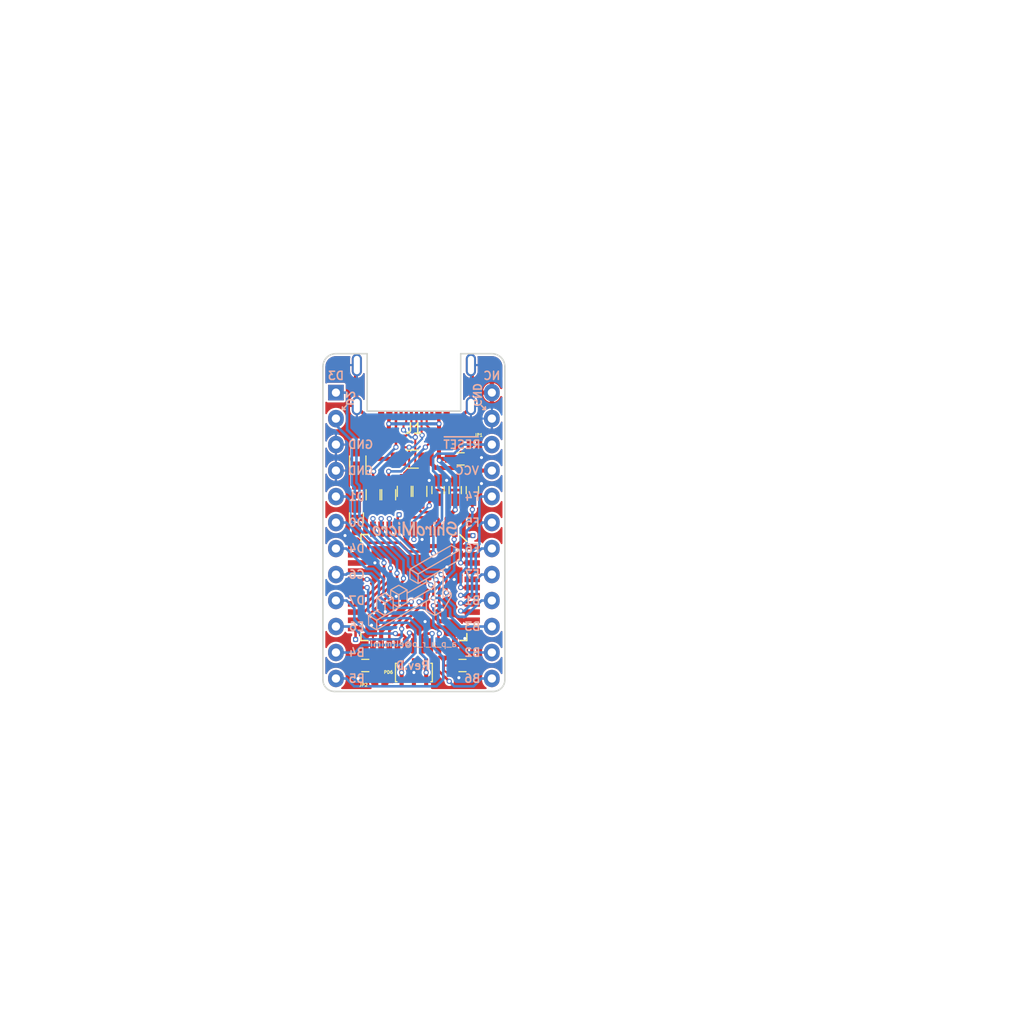
<source format=kicad_pcb>
(kicad_pcb (version 20171130) (host pcbnew "(5.1.4)-1")
  (layers (0 F.Cu signal) (31 B.Cu signal) (34 B.Paste user) (35 F.Paste user) (36 B.SilkS user) (37 F.SilkS user) (38 B.Mask user) (39 F.Mask user) (44 Edge.Cuts user))
  (net 0 "")
  (net 1 GND)
  (net 2 "Net-(J1-PadA6)")
  (net 3 "Net-(J1-PadA7)")
  (net 4 "Net-(J1-PadB5)")
  (net 5 "Net-(J1-PadA5)")
  (net 6 VCC)
  (net 7 "Net-(D1-Pad1)")
  (net 8 D+)
  (net 9 D-)
  (net 10 VBUS)
  (net 11 AREF)
  (net 12 XTAL1)
  (net 13 XTAL2)
  (net 14 PB5)
  (net 15 PB4)
  (net 16 PE6)
  (net 17 PD7)
  (net 18 PC6)
  (net 19 PD4)
  (net 20 PD0)
  (net 21 PD1)
  (net 22 PD2)
  (net 23 PD3)
  (net 24 PB6)
  (net 25 PB2)
  (net 26 PB3)
  (net 27 PB1)
  (net 28 PF7)
  (net 29 PF6)
  (net 30 PF5)
  (net 31 PF4)
  (net 32 RESET)
  (net 33 /UCAP)
  (net 34 PB0)
  (net 35 PD5)
  (net 36 /NC)
  (net 37 /PD6)
  (module proj_local:dinkyLogo (layer F.Cu) (at 106.4 109.6875)
    (fp_text reference Ref** hide)
    (fp_text value Val** hide)
  )
  (module usb-type-c:USB-C-C168688 (layer F.Cu) (at 106.4 85.525)
    (fp_text reference J1 (at 0 8.3) (layer F.SilkS))
    (fp_text value USB2_C_Receptacle)
    (pad B5 smd rect (at -1.75 7) (size 0.3 0.8) (layers F.Cu F.Paste F.Mask) (net 4 "Net-(J1-PadB5)"))
    (pad A8 smd rect (at -1.25 7) (size 0.3 0.8) (layers F.Cu F.Paste F.Mask))
    (pad B8 smd rect (at 1.75 7) (size 0.3 0.8) (layers F.Cu F.Paste F.Mask))
    (pad A5 smd rect (at 1.25 7) (size 0.3 0.8) (layers F.Cu F.Paste F.Mask) (net 5 "Net-(J1-PadA5)"))
    (pad A6 smd rect (at 0.25 7) (size 0.3 0.8) (layers F.Cu F.Paste F.Mask) (net 2 "Net-(J1-PadA6)"))
    (pad A7 smd rect (at -0.25 7) (size 0.3 0.8) (layers F.Cu F.Paste F.Mask) (net 3 "Net-(J1-PadA7)"))
    (pad B7 smd rect (at 0.75 7) (size 0.3 0.8) (layers F.Cu F.Paste F.Mask) (net 3 "Net-(J1-PadA7)"))
    (pad B6 smd rect (at -0.75 7) (size 0.3 0.8) (layers F.Cu F.Paste F.Mask) (net 2 "Net-(J1-PadA6)"))
    (pad A4 smd rect (at -2.4 7) (size 0.6 0.8) (layers F.Cu F.Paste F.Mask) (net 10 VBUS))
    (pad A4 smd rect (at 2.4 7) (size 0.6 0.8) (layers F.Cu F.Paste F.Mask) (net 10 VBUS))
    (pad A1 smd rect (at 3.2 7) (size 0.6 0.8) (layers F.Cu F.Paste F.Mask) (net 1 GND))
    (pad A1 smd rect (at -3.2 7) (size 0.6 0.8) (layers F.Cu F.Paste F.Mask) (net 1 GND))
    (pad S1 thru_hole oval (at -5.575 6.1) (size 1 1.8) (drill oval 0.6 1.4) (layers *.Cu *.Mask) (net 1 GND))
    (pad S1 thru_hole oval (at 5.575 6.1) (size 1 1.8) (drill oval 0.6 1.4) (layers *.Cu *.Mask) (net 1 GND))
    (pad S1 thru_hole oval (at -5.575 2.1) (size 1 2.2) (drill oval 0.6 1.8) (layers *.Cu *.Mask) (net 1 GND))
    (pad S1 thru_hole oval (at 5.575 2.1) (size 1 2.2) (drill oval 0.6 1.8) (layers *.Cu *.Mask) (net 1 GND))
  )
  (module proj_local:ShiroMicroLogo (layer B.Cu) (at 106.2222 103.7312 180)
    (fp_text reference G*** hide)
    (fp_text value LOGO hide)
  )
  (module proj_local:Measurement_Point_RoundSquare-TH_Tiny (layer F.Cu) (at 112.1658 104.5948)
    (fp_text reference TP4 hide)
    (fp_text value TestPoint)
    (pad 1 thru_hole roundrect (at 0.00274 -0.3048) (size 0.5 0.5) (drill 0.3) (layers *.Cu *.Mask) (net 6 VCC))
  )
  (module proj_local:TQFP-44_10x10mm_P0.8mm (layer F.Cu) (at 106.4 109.37 270)
    (fp_text reference U1 hide)
    (fp_text value ATmega32U4-AU)
    (pad 1 smd rect (at -5.7 -4 270) (size 1.5 0.55) (layers F.Cu F.Paste F.Mask) (net 16 PE6))
    (pad 2 smd rect (at -5.7 -3.2 270) (size 1.5 0.55) (layers F.Cu F.Paste F.Mask) (net 10 VBUS))
    (pad 3 smd rect (at -5.7 -2.4 270) (size 1.5 0.55) (layers F.Cu F.Paste F.Mask) (net 9 D-))
    (pad 4 smd rect (at -5.7 -1.6 270) (size 1.5 0.55) (layers F.Cu F.Paste F.Mask) (net 8 D+))
    (pad 5 smd rect (at -5.7 -0.8 270) (size 1.5 0.55) (layers F.Cu F.Paste F.Mask) (net 1 GND))
    (pad 6 smd rect (at -5.7 0 270) (size 1.5 0.55) (layers F.Cu F.Paste F.Mask) (net 33 /UCAP))
    (pad 7 smd rect (at -5.7 0.8 270) (size 1.5 0.55) (layers F.Cu F.Paste F.Mask) (net 10 VBUS))
    (pad 8 smd rect (at -5.7 1.6 270) (size 1.5 0.55) (layers F.Cu F.Paste F.Mask) (net 34 PB0))
    (pad 9 smd rect (at -5.7 2.4 270) (size 1.5 0.55) (layers F.Cu F.Paste F.Mask) (net 27 PB1))
    (pad 10 smd rect (at -5.7 3.2 270) (size 1.5 0.55) (layers F.Cu F.Paste F.Mask) (net 25 PB2))
    (pad 11 smd rect (at -5.7 4 270) (size 1.5 0.55) (layers F.Cu F.Paste F.Mask) (net 26 PB3))
    (pad 12 smd rect (at -4 5.7) (size 1.5 0.55) (layers F.Cu F.Paste F.Mask))
    (pad 13 smd rect (at -3.2 5.7) (size 1.5 0.55) (layers F.Cu F.Paste F.Mask) (net 32 RESET))
    (pad 14 smd rect (at -2.4 5.7) (size 1.5 0.55) (layers F.Cu F.Paste F.Mask) (net 6 VCC))
    (pad 15 smd rect (at -1.6 5.7) (size 1.5 0.55) (layers F.Cu F.Paste F.Mask) (net 1 GND))
    (pad 16 smd rect (at -0.8 5.7) (size 1.5 0.55) (layers F.Cu F.Paste F.Mask) (net 13 XTAL2))
    (pad 17 smd rect (at 0 5.7) (size 1.5 0.55) (layers F.Cu F.Paste F.Mask) (net 12 XTAL1))
    (pad 18 smd rect (at 0.8 5.7) (size 1.5 0.55) (layers F.Cu F.Paste F.Mask) (net 20 PD0))
    (pad 19 smd rect (at 1.6 5.7) (size 1.5 0.55) (layers F.Cu F.Paste F.Mask) (net 21 PD1))
    (pad 20 smd rect (at 2.4 5.7) (size 1.5 0.55) (layers F.Cu F.Paste F.Mask) (net 22 PD2))
    (pad 21 smd rect (at 3.2 5.7) (size 1.5 0.55) (layers F.Cu F.Paste F.Mask) (net 23 PD3))
    (pad 22 smd rect (at 4 5.7) (size 1.5 0.55) (layers F.Cu F.Paste F.Mask) (net 35 PD5))
    (pad 23 smd rect (at 5.7 4 270) (size 1.5 0.55) (layers F.Cu F.Paste F.Mask) (net 1 GND))
    (pad 24 smd rect (at 5.7 3.2 270) (size 1.5 0.55) (layers F.Cu F.Paste F.Mask) (net 6 VCC))
    (pad 25 smd rect (at 5.7 2.4 270) (size 1.5 0.55) (layers F.Cu F.Paste F.Mask) (net 19 PD4))
    (pad 26 smd rect (at 5.7 1.6 270) (size 1.5 0.55) (layers F.Cu F.Paste F.Mask) (net 37 /PD6))
    (pad 27 smd rect (at 5.7 0.8 270) (size 1.5 0.55) (layers F.Cu F.Paste F.Mask) (net 17 PD7))
    (pad 28 smd rect (at 5.7 0 270) (size 1.5 0.55) (layers F.Cu F.Paste F.Mask) (net 15 PB4))
    (pad 29 smd rect (at 5.7 -0.8 270) (size 1.5 0.55) (layers F.Cu F.Paste F.Mask) (net 14 PB5))
    (pad 30 smd rect (at 5.7 -1.6 270) (size 1.5 0.55) (layers F.Cu F.Paste F.Mask) (net 24 PB6))
    (pad 31 smd rect (at 5.7 -2.4 270) (size 1.5 0.55) (layers F.Cu F.Paste F.Mask) (net 18 PC6))
    (pad 32 smd rect (at 5.7 -3.2 270) (size 1.5 0.55) (layers F.Cu F.Paste F.Mask))
    (pad 33 smd rect (at 5.7 -4 270) (size 1.5 0.55) (layers F.Cu F.Paste F.Mask) (net 1 GND))
    (pad 34 smd rect (at 4 -5.7) (size 1.5 0.55) (layers F.Cu F.Paste F.Mask) (net 6 VCC))
    (pad 35 smd rect (at 3.2 -5.7) (size 1.5 0.55) (layers F.Cu F.Paste F.Mask) (net 1 GND))
    (pad 36 smd rect (at 2.4 -5.7) (size 1.5 0.55) (layers F.Cu F.Paste F.Mask) (net 28 PF7))
    (pad 37 smd rect (at 1.6 -5.7) (size 1.5 0.55) (layers F.Cu F.Paste F.Mask) (net 29 PF6))
    (pad 38 smd rect (at 0.8 -5.7) (size 1.5 0.55) (layers F.Cu F.Paste F.Mask) (net 30 PF5))
    (pad 39 smd rect (at 0 -5.7) (size 1.5 0.55) (layers F.Cu F.Paste F.Mask) (net 31 PF4))
    (pad 40 smd rect (at -0.8 -5.7) (size 1.5 0.55) (layers F.Cu F.Paste F.Mask))
    (pad 41 smd rect (at -1.6 -5.7) (size 1.5 0.55) (layers F.Cu F.Paste F.Mask))
    (pad 42 smd rect (at -2.4 -5.7) (size 1.5 0.55) (layers F.Cu F.Paste F.Mask) (net 11 AREF))
    (pad 43 smd rect (at -3.2 -5.7) (size 1.5 0.55) (layers F.Cu F.Paste F.Mask) (net 1 GND))
    (pad 44 smd rect (at -4 -5.7) (size 1.5 0.55) (layers F.Cu F.Paste F.Mask) (net 6 VCC))
  )
  (module proj_local:D_TUMD2_HandSoldering (layer F.Cu) (at 100.9136 97.4066 90)
    (fp_text reference D1 hide)
    (fp_text value 1A)
    (pad 1 smd rect (at -1.025 0 270) (size 2.75 1.1) (layers F.Cu F.Paste F.Mask) (net 7 "Net-(D1-Pad1)"))
    (pad 2 smd rect (at 1.625 0 270) (size 1.55 1.1) (layers F.Cu F.Paste F.Mask) (net 10 VBUS))
  )
  (module proj_local:F_0805_HandSoldering (layer F.Cu) (at 106.2349 96.8224)
    (fp_text reference F1 hide)
    (fp_text value 500mA hide)
    (pad 2 smd rect (at 1.35 0) (size 1.5 1.3) (layers F.Cu F.Paste F.Mask) (net 6 VCC))
    (pad 1 smd rect (at -1.35 0) (size 1.5 1.3) (layers F.Cu F.Paste F.Mask) (net 7 "Net-(D1-Pad1)"))
  )
  (module proj_local:C_0603_HandSoldering (layer F.Cu) (at 101.6502 116.99 180)
    (fp_text reference C5 hide)
    (fp_text value 0u1)
    (pad 2 smd rect (at 0.95 0 180) (size 1.2 0.75) (layers F.Cu F.Paste F.Mask) (net 1 GND))
    (pad 1 smd rect (at -0.95 0 180) (size 1.2 0.75) (layers F.Cu F.Paste F.Mask) (net 6 VCC))
  )
  (module proj_local:C_0603_HandSoldering (layer F.Cu) (at 111.1498 116.99 180)
    (fp_text reference C6 hide)
    (fp_text value 0u1)
    (pad 2 smd rect (at 0.95 0 180) (size 1.2 0.75) (layers F.Cu F.Paste F.Mask) (net 1 GND))
    (pad 1 smd rect (at -0.95 0 180) (size 1.2 0.75) (layers F.Cu F.Paste F.Mask) (net 6 VCC))
  )
  (module proj_local:C_0603_HandSoldering (layer F.Cu) (at 110.972 96.797)
    (fp_text reference C1 hide)
    (fp_text value 4u7)
    (pad 2 smd rect (at 0.95 0) (size 1.2 0.75) (layers F.Cu F.Paste F.Mask) (net 1 GND))
    (pad 1 smd rect (at -0.95 0) (size 1.2 0.75) (layers F.Cu F.Paste F.Mask) (net 10 VBUS))
  )
  (module proj_local:C_0603_HandSoldering (layer F.Cu) (at 112.115 99.845 90)
    (fp_text reference C4 hide)
    (fp_text value 0u1)
    (pad 2 smd rect (at 0.95 0 90) (size 1.2 0.75) (layers F.Cu F.Paste F.Mask) (net 1 GND))
    (pad 1 smd rect (at -0.95 0 90) (size 1.2 0.75) (layers F.Cu F.Paste F.Mask) (net 11 AREF))
  )
  (module proj_local:C_0603_HandSoldering (layer F.Cu) (at 110.4386 99.845 90)
    (fp_text reference C3 hide)
    (fp_text value 0u1)
    (pad 2 smd rect (at 0.95 0 90) (size 1.2 0.75) (layers F.Cu F.Paste F.Mask) (net 1 GND))
    (pad 1 smd rect (at -0.95 0 90) (size 1.2 0.75) (layers F.Cu F.Paste F.Mask) (net 10 VBUS))
  )
  (module proj_local:C_0603_HandSoldering (layer F.Cu) (at 108.7622 99.845 90)
    (fp_text reference C2 hide)
    (fp_text value 1u0)
    (pad 2 smd rect (at 0.95 0 90) (size 1.2 0.75) (layers F.Cu F.Paste F.Mask) (net 1 GND))
    (pad 1 smd rect (at -0.95 0 90) (size 1.2 0.75) (layers F.Cu F.Paste F.Mask) (net 33 /UCAP))
  )
  (module proj_local:R_0603_HandSoldering (layer F.Cu) (at 103.9362 100.3022 90)
    (fp_text reference R2 hide)
    (fp_text value 5.1k)
    (pad 1 smd roundrect (at -1.1 0 90) (size 1.2 0.9) (layers F.Cu F.Paste F.Mask) (roundrect_rratio 0.1) (net 1 GND))
    (pad 2 smd roundrect (at 1.1 0 90) (size 1.2 0.9) (layers F.Cu F.Paste F.Mask) (roundrect_rratio 0.1) (net 5 "Net-(J1-PadA5)"))
  )
  (module proj_local:R_0603_HandSoldering (layer F.Cu) (at 100.7866 102.5628 270)
    (fp_text reference R5 hide)
    (fp_text value 10k)
    (pad 1 smd roundrect (at -1.1 0 270) (size 1.2 0.9) (layers F.Cu F.Paste F.Mask) (roundrect_rratio 0.1) (net 6 VCC))
    (pad 2 smd roundrect (at 1.1 0 270) (size 1.2 0.9) (layers F.Cu F.Paste F.Mask) (roundrect_rratio 0.1) (net 32 RESET))
  )
  (module proj_local:R_0603_HandSoldering (layer F.Cu) (at 106.9842 99.972 90)
    (fp_text reference R4 hide)
    (fp_text value 22)
    (pad 1 smd roundrect (at -1.1 0 90) (size 1.2 0.9) (layers F.Cu F.Paste F.Mask) (roundrect_rratio 0.1) (net 9 D-))
    (pad 2 smd roundrect (at 1.1 0 90) (size 1.2 0.9) (layers F.Cu F.Paste F.Mask) (roundrect_rratio 0.1) (net 2 "Net-(J1-PadA6)"))
  )
  (module proj_local:R_0603_HandSoldering (layer F.Cu) (at 105.4602 99.972 90)
    (fp_text reference R3 hide)
    (fp_text value 22)
    (pad 1 smd roundrect (at -1.1 0 90) (size 1.2 0.9) (layers F.Cu F.Paste F.Mask) (roundrect_rratio 0.1) (net 8 D+))
    (pad 2 smd roundrect (at 1.1 0 90) (size 1.2 0.9) (layers F.Cu F.Paste F.Mask) (roundrect_rratio 0.1) (net 3 "Net-(J1-PadA7)"))
  )
  (module proj_local:R_0603_HandSoldering (layer F.Cu) (at 102.4122 100.3022 90)
    (fp_text reference R1 hide)
    (fp_text value 5.1k)
    (pad 1 smd roundrect (at -1.1 0 90) (size 1.2 0.9) (layers F.Cu F.Paste F.Mask) (roundrect_rratio 0.1) (net 1 GND))
    (pad 2 smd roundrect (at 1.1 0 90) (size 1.2 0.9) (layers F.Cu F.Paste F.Mask) (roundrect_rratio 0.1) (net 4 "Net-(J1-PadB5)"))
  )
  (module proj_local:Resonator_SMD_muRata_CSTxExxV-3Pin_3.0x1.1mm_HandSoldering_Compact (layer F.Cu) (at 106.4 117.6758)
    (fp_text reference X1 hide)
    (fp_text value Resonator)
    (pad 3 smd roundrect (at 1.2 0) (size 0.4 2.8) (layers F.Cu F.Paste F.Mask) (net 13 XTAL2))
    (pad 2 smd roundrect (at 0 0) (size 0.4 2.8) (layers F.Cu F.Paste F.Mask) (net 1 GND))
    (pad 1 smd roundrect (at -1.2 0) (size 0.4 2.8) (layers F.Cu F.Paste F.Mask) (net 12 XTAL1))
  )
  (module proj_local:SolderJumper-2_P1.0mm_Open_RoundedPad0.7x1.0mm (layer F.Cu) (at 103.0726 118.5902)
    (fp_text reference JP2 (at -1.6 0.3) (layer F.SilkS) (effects (font (size 0.3 0.3) (thickness 0.075))))
    (fp_text value SolderJumper_2_Open hide)
    (pad 2 smd custom (at 0.45 0) (size 0.6 0.6) (layers F.Cu F.Mask) (net 37 /PD6) (options (clearance outline) (anchor rect)) (primitives (gr_poly (pts (xy 0 -0.1) (xy 0.4 -0.1) (xy 0.4 0.1) (xy 0 0.1)) (width 0)) (gr_poly (pts (xy -0.3 -0.5) (xy 0 -0.5) (xy 0 0.5) (xy -0.3 0.5)) (width 0)) (gr_arc (start 0 -0.1) (end 0.2 -0.1) (angle -90) (width 0.4)) (gr_arc (start 0 0.1) (end 0.2 0.1) (angle 90) (width 0.4))))
    (pad 1 smd custom (at -0.45 0) (size 0.6 0.6) (layers F.Cu F.Mask) (net 1 GND) (options (clearance convexhull) (anchor rect)) (primitives (gr_arc (start 0 -0.1) (end -0.2 -0.1) (angle 90) (width 0.4)) (gr_arc (start 0 0.1) (end -0.2 0.1) (angle -90) (width 0.4)) (gr_poly (pts (xy -0.4 -0.1) (xy 0 -0.1) (xy 0 0.1) (xy -0.4 0.1)) (width 0)) (gr_poly (pts (xy 0 -0.5) (xy 0.3 -0.5) (xy 0.3 0.5) (xy 0 0.5)) (width 0))))
  )
  (module proj_local:SolderJumper-2_P1.0mm_Open_RoundedPad0.7x1.0mm (layer F.Cu) (at 111.411 95.273)
    (fp_text reference JP1 (at 1.3 -0.8) (layer F.SilkS) (effects (font (size 0.3 0.3) (thickness 0.075))))
    (fp_text value SolderJumper_2_Open hide)
    (pad 2 smd custom (at 0.45 0) (size 0.6 0.6) (layers F.Cu F.Mask) (net 36 /NC) (options (clearance outline) (anchor rect)) (primitives (gr_poly (pts (xy 0 -0.1) (xy 0.4 -0.1) (xy 0.4 0.1) (xy 0 0.1)) (width 0)) (gr_poly (pts (xy -0.3 -0.5) (xy 0 -0.5) (xy 0 0.5) (xy -0.3 0.5)) (width 0)) (gr_arc (start 0 -0.1) (end 0.2 -0.1) (angle -90) (width 0.4)) (gr_arc (start 0 0.1) (end 0.2 0.1) (angle 90) (width 0.4))))
    (pad 1 smd custom (at -0.45 0) (size 0.6 0.6) (layers F.Cu F.Mask) (net 10 VBUS) (options (clearance outline) (anchor rect)) (primitives (gr_arc (start 0 -0.1) (end -0.2 -0.1) (angle 90) (width 0.4)) (gr_arc (start 0 0.1) (end -0.2 0.1) (angle -90) (width 0.4)) (gr_poly (pts (xy -0.4 -0.1) (xy 0 -0.1) (xy 0 0.1) (xy -0.4 0.1)) (width 0)) (gr_poly (pts (xy 0 -0.5) (xy 0.3 -0.5) (xy 0.3 0.5) (xy 0 0.5)) (width 0))))
  )
  (module proj_local:Measurement_Point_RoundSquare-TH_Tiny (layer F.Cu) (at 110.7942 118.1838)
    (fp_text reference TP3 hide)
    (fp_text value TestPoint)
    (pad 1 thru_hole roundrect (at 0 0) (size 0.5 0.5) (drill 0.3) (layers *.Cu *.Mask) (net 1 GND))
  )
  (module proj_local:Measurement_Point_RoundSquare-TH_Tiny (layer F.Cu) (at 100.7 114.45)
    (fp_text reference TP2 hide)
    (fp_text value TestPoint)
    (pad 1 thru_hole roundrect (at 0 0) (size 0.5 0.5) (drill 0.3) (layers *.Cu *.Mask) (net 35 PD5))
  )
  (module proj_local:Measurement_Point_RoundSquare-TH_Tiny (layer F.Cu) (at 104.94946 102.258)
    (fp_text reference TP1 hide)
    (fp_text value TestPoint)
    (pad 1 thru_hole roundrect (at 0.00274 0) (size 0.5 0.5) (drill 0.3) (layers *.Cu *.Mask) (net 34 PB0))
  )
  (module proj_local:Pin_Header_Custom_Straight_1x12_Pitch2.54mm (layer F.Cu) (at 114.02 90.32)
    (fp_text reference J3 hide)
    (fp_text value Conn_01x12)
    (pad 12 thru_hole oval (at 0 27.94) (size 1.524 1.7) (drill 0.8128) (layers *.Cu *.Mask) (net 24 PB6))
    (pad 11 thru_hole oval (at 0 25.4) (size 1.524 1.7) (drill 0.8128) (layers *.Cu *.Mask) (net 25 PB2))
    (pad 10 thru_hole oval (at 0 22.86) (size 1.524 1.7) (drill 0.8128) (layers *.Cu *.Mask) (net 26 PB3))
    (pad 9 thru_hole oval (at 0 20.32) (size 1.524 1.7) (drill 0.8128) (layers *.Cu *.Mask) (net 27 PB1))
    (pad 8 thru_hole oval (at 0 17.78) (size 1.524 1.7) (drill 0.8128) (layers *.Cu *.Mask) (net 28 PF7))
    (pad 7 thru_hole oval (at 0 15.24) (size 1.524 1.7) (drill 0.8128) (layers *.Cu *.Mask) (net 29 PF6))
    (pad 6 thru_hole oval (at 0 12.7) (size 1.524 1.7) (drill 0.8128) (layers *.Cu *.Mask) (net 30 PF5))
    (pad 5 thru_hole oval (at 0 10.16) (size 1.524 1.7) (drill 0.8128) (layers *.Cu *.Mask) (net 31 PF4))
    (pad 4 thru_hole oval (at 0 7.62) (size 1.524 1.7) (drill 0.8128) (layers *.Cu *.Mask) (net 6 VCC))
    (pad 3 thru_hole oval (at 0 5.08) (size 1.524 1.7) (drill 0.8128) (layers *.Cu *.Mask) (net 32 RESET))
    (pad 2 thru_hole oval (at 0 2.54) (size 1.524 1.7) (drill 0.8128) (layers *.Cu *.Mask) (net 1 GND))
    (pad 1 thru_hole oval (at 0 0) (size 1.524 1.7) (drill 0.8) (layers *.Cu *.Mask) (net 36 /NC))
  )
  (module proj_local:Pin_Header_Custom_Straight_1x12_Pitch2.54mm (layer F.Cu) (at 98.78 90.32)
    (fp_text reference J2 hide)
    (fp_text value Conn_01x12)
    (pad 12 thru_hole oval (at 0 27.94) (size 1.524 1.7) (drill 0.8128) (layers *.Cu *.Mask) (net 14 PB5))
    (pad 11 thru_hole oval (at 0 25.4) (size 1.524 1.7) (drill 0.8128) (layers *.Cu *.Mask) (net 15 PB4))
    (pad 10 thru_hole oval (at 0 22.86) (size 1.524 1.7) (drill 0.8128) (layers *.Cu *.Mask) (net 16 PE6))
    (pad 9 thru_hole oval (at 0 20.32) (size 1.524 1.7) (drill 0.8128) (layers *.Cu *.Mask) (net 17 PD7))
    (pad 8 thru_hole oval (at 0 17.78) (size 1.524 1.7) (drill 0.8128) (layers *.Cu *.Mask) (net 18 PC6))
    (pad 7 thru_hole oval (at 0 15.24) (size 1.524 1.7) (drill 0.8128) (layers *.Cu *.Mask) (net 19 PD4))
    (pad 6 thru_hole oval (at 0 12.7) (size 1.524 1.7) (drill 0.8128) (layers *.Cu *.Mask) (net 20 PD0))
    (pad 5 thru_hole oval (at 0 10.16) (size 1.524 1.7) (drill 0.8128) (layers *.Cu *.Mask) (net 21 PD1))
    (pad 4 thru_hole oval (at 0 7.62) (size 1.524 1.7) (drill 0.8128) (layers *.Cu *.Mask) (net 1 GND))
    (pad 3 thru_hole oval (at 0 5.08) (size 1.524 1.7) (drill 0.8128) (layers *.Cu *.Mask) (net 1 GND))
    (pad 2 thru_hole oval (at 0 2.54) (size 1.524 1.7) (drill 0.8128) (layers *.Cu *.Mask) (net 22 PD2))
    (pad 1 thru_hole rect (at 0 0) (size 1.524 1.524) (drill 0.8) (layers *.Cu *.Mask) (net 23 PD3))
  )
  (gr_line (start 110.972 92.125) (end 110.972 86.515) (layer Edge.Cuts) (width 0.15))
  (gr_line (start 101.828 92.125) (end 110.972 92.125) (layer Edge.Cuts) (width 0.15))
  (gr_arc (start 98.78 87.785) (end 97.51 87.785) (angle 90) (layer Edge.Cuts) (width 0.15))
  (gr_line (start 98.78 86.515) (end 101.828 86.515) (layer Edge.Cuts) (width 0.15))
  (gr_line (start 110.972 86.515) (end 114.02 86.515) (layer Edge.Cuts) (width 0.15))
  (gr_arc (start 114.02 87.785) (end 114.02 86.515) (angle 90) (layer Edge.Cuts) (width 0.15))
  (gr_line (start 101.828 86.515) (end 101.828 92.125) (layer Edge.Cuts) (width 0.15))
  (gr_text PD6 (at 103.9108 117.6504) (layer F.SilkS) (effects (font (size 0.3 0.3) (thickness 0.075))))
  (gr_text a_p_u_r_o@elfmimi (at 106.35936 114.87672) (layer B.SilkS) (effects (font (size 0.6 0.6) (thickness 0.1)) (justify mirror)))
  (gr_text Rev.D (at 106.273 116.99) (layer B.SilkS) (effects (font (size 0.8 0.8)) (justify mirror)))
  (gr_line (start 99.415 91.971) (end 99.796 91.59) (layer B.SilkS) (width 0.15))
  (gr_line (start 99.669 91.971) (end 99.415 91.971) (layer B.SilkS) (width 0.15))
  (gr_line (start 99.415 91.971) (end 99.669 91.971) (layer B.SilkS) (width 0.15))
  (gr_line (start 99.415 91.717) (end 99.415 91.971) (layer B.SilkS) (width 0.15))
  (gr_text D2 (at 100.177 90.8788 -90) (layer B.SilkS) (effects (font (size 0.75 0.75)) (justify mirror)))
  (gr_text D3 (at 98.78 88.669) (layer B.SilkS) (effects (font (size 0.8 0.8)) (justify mirror)))
  (gr_text GND (at 101.193 95.4) (layer B.SilkS) (effects (font (size 0.8 0.8)) (justify mirror)))
  (gr_text GND (at 101.193 97.94) (layer B.SilkS) (effects (font (size 0.8 0.8)) (justify mirror)))
  (gr_text D1 (at 100.812 100.48) (layer B.SilkS) (effects (font (size 0.8 0.8)) (justify mirror)))
  (gr_text D0 (at 100.812 103.02) (layer B.SilkS) (effects (font (size 0.8 0.8)) (justify mirror)))
  (gr_text D4 (at 100.812 105.56) (layer B.SilkS) (effects (font (size 0.8 0.8)) (justify mirror)))
  (gr_text C6 (at 100.812 108.1) (layer B.SilkS) (effects (font (size 0.8 0.8)) (justify mirror)))
  (gr_text D7 (at 100.812 110.64) (layer B.SilkS) (effects (font (size 0.8 0.8)) (justify mirror)))
  (gr_text E6 (at 100.812 113.18) (layer B.SilkS) (effects (font (size 0.8 0.8)) (justify mirror)))
  (gr_text B4 (at 100.812 115.72) (layer B.SilkS) (effects (font (size 0.8 0.8)) (justify mirror)))
  (gr_text B5 (at 100.812 118.26) (layer B.SilkS) (effects (font (size 0.8 0.8)) (justify mirror)))
  (gr_line (start 113.385 91.971) (end 113.131 91.971) (layer B.SilkS) (width 0.15))
  (gr_line (start 113.385 91.971) (end 113.004 91.59) (layer B.SilkS) (width 0.15))
  (gr_line (start 113.385 91.717) (end 113.385 91.971) (layer B.SilkS) (width 0.15))
  (gr_line (start 113.385 91.971) (end 113.385 91.717) (layer B.SilkS) (width 0.15))
  (gr_text GND (at 112.5722 90.5486 -90) (layer B.SilkS) (effects (font (size 0.75 0.75)) (justify mirror)))
  (gr_text NC (at 114.02 88.669) (layer B.SilkS) (effects (font (size 0.8 0.8)) (justify mirror)))
  (gr_text B6 (at 112.115 118.26) (layer B.SilkS) (effects (font (size 0.8 0.8)) (justify mirror)))
  (gr_text B2 (at 112.115 115.72) (layer B.SilkS) (effects (font (size 0.8 0.8)) (justify mirror)))
  (gr_text B3 (at 112.115 113.18) (layer B.SilkS) (effects (font (size 0.8 0.8)) (justify mirror)))
  (gr_text B1 (at 112.115 110.64) (layer B.SilkS) (effects (font (size 0.8 0.8)) (justify mirror)))
  (gr_text F7 (at 112.115 108.1) (layer B.SilkS) (effects (font (size 0.8 0.8)) (justify mirror)))
  (gr_text F6 (at 112.115 105.56) (layer B.SilkS) (effects (font (size 0.8 0.8)) (justify mirror)))
  (gr_text F5 (at 112.115 103.02) (layer B.SilkS) (effects (font (size 0.8 0.8)) (justify mirror)))
  (gr_text F4 (at 112.115 100.48) (layer B.SilkS) (effects (font (size 0.8 0.8)) (justify mirror)))
  (gr_text VCC (at 111.607 97.94) (layer B.SilkS) (effects (font (size 0.8 0.8)) (justify mirror)))
  (gr_line (start 112.6992 94.638) (end 109.3718 94.638) (layer B.SilkS) (width 0.15))
  (gr_text RESET (at 111.099 95.4) (layer B.SilkS) (effects (font (size 0.8 0.8)) (justify mirror)))
  (gr_arc (start 114.147 118.387) (end 115.29 118.387) (angle 90) (layer Edge.Cuts) (width 0.15))
  (gr_arc (start 98.653 118.387) (end 98.653 119.53) (angle 90) (layer Edge.Cuts) (width 0.15))
  (gr_line (start 97.51 87.785) (end 97.51 118.387) (layer Edge.Cuts) (width 0.15))
  (gr_line (start 114.147 119.53) (end 98.653 119.53) (layer Edge.Cuts) (width 0.15))
  (gr_line (start 115.29 87.785) (end 115.29 118.387) (layer Edge.Cuts) (width 0.15))
  (via (at 106.4 117.6758) (size 0.5) (drill 0.3) (layers F.Cu B.Cu) (net 1))
  (segment (start 98.78 95.4) (end 98.78 95.488) (width 0.25) (layer F.Cu) (net 1))
  (segment (start 98.78 97.94) (end 98.78 98.664002) (width 0.25) (layer F.Cu) (net 1))
  (segment (start 98.78 97.94) (end 98.78 98.664002) (width 0.25) (layer B.Cu) (net 1))
  (segment (start 98.78 97.94) (end 98.78 98.44941) (width 0.25) (layer B.Cu) (net 1))
  (via (at 107.2 104.671) (size 0.5) (drill 0.3) (layers F.Cu B.Cu) (net 1))
  (via (at 113.004 96.67) (size 0.5) (drill 0.3) (layers F.Cu B.Cu) (net 1))
  (via (at 113.004 99.21) (size 0.5) (drill 0.3) (layers F.Cu B.Cu) (net 1))
  (via (at 111.3784 114.3484) (size 0.5) (drill 0.3) (layers F.Cu B.Cu) (net 1))
  (via (at 109.1686 111.5417) (size 0.5) (drill 0.3) (layers F.Cu B.Cu) (net 1))
  (via (at 107.8986 98.9052) (size 0.5) (drill 0.3) (layers F.Cu B.Cu) (net 1))
  (via (at 103.606 111.7322) (size 0.5) (drill 0.3) (layers F.Cu B.Cu) (net 1))
  (via (at 102.59 106.957) (size 0.5) (drill 0.3) (layers F.Cu B.Cu) (net 1))
  (via (at 99.669 104.29) (size 0.5) (drill 0.3) (layers F.Cu B.Cu) (net 1))
  (via (at 104.6728 110.2336) (size 0.5) (drill 0.3) (layers F.Cu B.Cu) (net 1))
  (segment (start 101.777 107.77) (end 102.59 106.957) (width 0.4) (layer F.Cu) (net 1))
  (segment (start 100.7 107.77) (end 101.777 107.77) (width 0.4) (layer F.Cu) (net 1))
  (segment (start 112.1 112.57) (end 110.997 112.57) (width 0.4) (layer F.Cu) (net 1))
  (segment (start 112.1 106.17) (end 111.124 106.17) (width 0.4) (layer F.Cu) (net 1))
  (segment (start 107.2 103.67) (end 107.2 104.671) (width 0.4) (layer F.Cu) (net 1))
  (via (at 100.939 118.26) (size 0.5) (drill 0.3) (layers F.Cu B.Cu) (net 1))
  (via (at 109.6004 98.895) (size 0.5) (drill 0.3) (layers F.Cu B.Cu) (net 1))
  (via (at 109.6258 107.3634) (size 0.5) (drill 0.3) (layers F.Cu B.Cu) (net 1))
  (via (at 110.337 108.5826) (size 0.5) (drill 0.3) (layers F.Cu B.Cu) (net 1))
  (segment (start 102.4 115.07) (end 102.4 115.8846) (width 0.2) (layer F.Cu) (net 1))
  (segment (start 102.4 115.8846) (end 102.1836 116.101) (width 0.2) (layer F.Cu) (net 1))
  (via (at 102.2598 113.053) (size 0.5) (drill 0.3) (layers F.Cu B.Cu) (net 1))
  (segment (start 109.28002 112.637739) (end 109.28002 111.61502) (width 0.4) (layer B.Cu) (net 1))
  (segment (start 109.28002 111.61502) (end 109.194 111.529) (width 0.4) (layer B.Cu) (net 1))
  (segment (start 111.092281 114.45) (end 109.28002 112.637739) (width 0.4) (layer B.Cu) (net 1))
  (segment (start 112.75 114.45) (end 111.092281 114.45) (width 0.4) (layer B.Cu) (net 1))
  (via (at 107.4922 112.6974) (size 0.5) (drill 0.3) (layers F.Cu B.Cu) (net 1))
  (segment (start 102.6226 118.5902) (end 101.8788 118.5902) (width 0.2) (layer F.Cu) (net 1))
  (segment (start 102.6916 118.5974) (end 102.6916 117.7774) (width 0.2) (layer F.Cu) (net 1))
  (segment (start 101.6072 101.4022) (end 101.5994 101.3944) (width 0.25) (layer F.Cu) (net 1))
  (segment (start 103.8522 101.4022) (end 101.6072 101.4022) (width 0.25) (layer F.Cu) (net 1))
  (segment (start 110.337 98.895) (end 107.9088 98.895) (width 0.4) (layer F.Cu) (net 1))
  (segment (start 101.649885 92.55501) (end 103.2 92.55501) (width 0.31) (layer F.Cu) (net 1))
  (segment (start 100.825 91.625) (end 100.825 91.730125) (width 0.31) (layer F.Cu) (net 1))
  (segment (start 100.825 91.730125) (end 101.649885 92.55501) (width 0.31) (layer F.Cu) (net 1))
  (segment (start 100.69499 89.697052) (end 100.69499 87.625) (width 0.31) (layer F.Cu) (net 1))
  (segment (start 100.825 91.625) (end 100.825 89.827062) (width 0.31) (layer F.Cu) (net 1))
  (segment (start 100.825 89.827062) (end 100.69499 89.697052) (width 0.31) (layer F.Cu) (net 1))
  (segment (start 112.10501 89.697052) (end 112.10501 87.625) (width 0.31) (layer F.Cu) (net 1))
  (segment (start 111.975 91.625) (end 111.975 89.827062) (width 0.31) (layer F.Cu) (net 1))
  (segment (start 111.975 89.827062) (end 112.10501 89.697052) (width 0.31) (layer F.Cu) (net 1))
  (segment (start 111.975 91.625) (end 111.925 91.625) (width 0.31) (layer F.Cu) (net 1))
  (segment (start 111.150115 92.55501) (end 109.6 92.55501) (width 0.31) (layer F.Cu) (net 1))
  (segment (start 111.975 91.625) (end 111.975 91.730125) (width 0.31) (layer F.Cu) (net 1))
  (segment (start 111.975 91.730125) (end 111.150115 92.55501) (width 0.31) (layer F.Cu) (net 1))
  (segment (start 106.699999 92.574999) (end 106.65 92.525) (width 0.2) (layer F.Cu) (net 2))
  (via (at 105.384901 93.973) (size 0.5) (drill 0.3) (layers F.Cu B.Cu) (net 2))
  (segment (start 105.384901 93.494202) (end 105.384901 93.973) (width 0.2) (layer F.Cu) (net 2))
  (segment (start 105.65 92.525) (end 105.65 93.229103) (width 0.2) (layer F.Cu) (net 2))
  (segment (start 105.65 93.229103) (end 105.384901 93.494202) (width 0.2) (layer F.Cu) (net 2))
  (via (at 106.534899 94.690101) (size 0.5) (drill 0.3) (layers F.Cu B.Cu) (net 2))
  (segment (start 106.9842 98.161702) (end 106.9842 98.872) (width 0.2) (layer F.Cu) (net 2))
  (segment (start 106.534899 94.690101) (end 106.534899 97.712401) (width 0.2) (layer F.Cu) (net 2))
  (segment (start 106.534899 97.712401) (end 106.9842 98.161702) (width 0.2) (layer F.Cu) (net 2))
  (segment (start 105.955951 94.54405) (end 105.384901 93.973) (width 0.2) (layer B.Cu) (net 2))
  (segment (start 106.534899 94.690101) (end 106.102002 94.690101) (width 0.2) (layer B.Cu) (net 2))
  (segment (start 106.102002 94.690101) (end 105.955951 94.54405) (width 0.2) (layer B.Cu) (net 2))
  (segment (start 106.65 93.125) (end 106.65 92.525) (width 0.2) (layer F.Cu) (net 2))
  (segment (start 106.65 94.087602) (end 106.65 93.125) (width 0.2) (layer F.Cu) (net 2))
  (segment (start 106.534899 94.202703) (end 106.65 94.087602) (width 0.2) (layer F.Cu) (net 2))
  (segment (start 106.534899 94.690101) (end 106.534899 94.202703) (width 0.2) (layer F.Cu) (net 2))
  (segment (start 107.125 92.55) (end 107.15 92.525) (width 0.25) (layer F.Cu) (net 3))
  (via (at 105.934901 95.665099) (size 0.5) (drill 0.3) (layers F.Cu B.Cu) (net 3))
  (via (at 107.203689 94.483407) (size 0.5) (drill 0.3) (layers F.Cu B.Cu) (net 3))
  (segment (start 107.15 94.131505) (end 107.15 92.525) (width 0.2) (layer F.Cu) (net 3))
  (segment (start 107.203689 94.483407) (end 107.15 94.429718) (width 0.2) (layer F.Cu) (net 3))
  (segment (start 107.15 94.429718) (end 107.15 94.131505) (width 0.2) (layer F.Cu) (net 3))
  (segment (start 105.934901 95.815099) (end 105.934901 95.665099) (width 0.2) (layer F.Cu) (net 3))
  (segment (start 105.934901 97.712401) (end 105.934901 95.815099) (width 0.2) (layer F.Cu) (net 3))
  (segment (start 105.490102 98.1572) (end 105.934901 97.712401) (width 0.2) (layer F.Cu) (net 3))
  (segment (start 105.475 98.1572) (end 105.490102 98.1572) (width 0.2) (layer F.Cu) (net 3))
  (segment (start 105.4602 98.872) (end 105.4602 98.172) (width 0.2) (layer F.Cu) (net 3))
  (segment (start 105.4602 98.172) (end 105.475 98.1572) (width 0.2) (layer F.Cu) (net 3))
  (segment (start 106.373903 95.665099) (end 105.934901 95.665099) (width 0.2) (layer B.Cu) (net 3))
  (segment (start 107.203689 94.483407) (end 107.203689 94.835313) (width 0.2) (layer B.Cu) (net 3))
  (segment (start 107.203689 94.835313) (end 106.373903 95.665099) (width 0.2) (layer B.Cu) (net 3))
  (segment (start 106.100001 92.574999) (end 106.15 92.525) (width 0.2) (layer F.Cu) (net 3))
  (segment (start 105.472501 95.665099) (end 105.934901 95.665099) (width 0.2) (layer F.Cu) (net 3))
  (segment (start 106.15 94.021903) (end 105.648902 94.523001) (width 0.2) (layer F.Cu) (net 3))
  (segment (start 106.15 92.525) (end 106.15 94.021903) (width 0.2) (layer F.Cu) (net 3))
  (segment (start 105.648902 94.523001) (end 105.276999 94.523001) (width 0.2) (layer F.Cu) (net 3))
  (segment (start 105.276999 94.523001) (end 105.07241 94.72759) (width 0.2) (layer F.Cu) (net 3))
  (segment (start 105.07241 94.72759) (end 105.07241 95.265008) (width 0.2) (layer F.Cu) (net 3))
  (segment (start 105.07241 95.265008) (end 105.472501 95.665099) (width 0.2) (layer F.Cu) (net 3))
  (via (at 104.6474 95.654) (size 0.5) (drill 0.3) (layers F.Cu B.Cu) (net 4))
  (segment (start 102.4122 99.2022) (end 102.4122 98.0162) (width 0.25) (layer F.Cu) (net 4))
  (via (at 102.463 98.0162) (size 0.5) (drill 0.3) (layers F.Cu B.Cu) (net 4))
  (segment (start 102.463 97.8384) (end 104.6474 95.654) (width 0.25) (layer B.Cu) (net 4))
  (segment (start 102.463 98.0162) (end 102.463 97.8384) (width 0.25) (layer B.Cu) (net 4))
  (segment (start 104.6474 92.5276) (end 104.65 92.525) (width 0.25) (layer F.Cu) (net 4))
  (segment (start 104.6474 95.654) (end 104.6474 92.5276) (width 0.25) (layer F.Cu) (net 4))
  (via (at 103.9362 98.0162) (size 0.5) (drill 0.3) (layers F.Cu B.Cu) (net 5))
  (segment (start 103.9362 99.21) (end 103.9362 98.0162) (width 0.25) (layer F.Cu) (net 5))
  (via (at 107.525 95.65) (size 0.5) (drill 0.3) (layers F.Cu B.Cu) (net 5))
  (segment (start 103.9362 98.0162) (end 105.1588 98.0162) (width 0.25) (layer B.Cu) (net 5))
  (segment (start 105.1588 98.0162) (end 107.525 95.65) (width 0.25) (layer B.Cu) (net 5))
  (segment (start 107.65 93.525) (end 107.65 92.525) (width 0.2) (layer F.Cu) (net 5))
  (segment (start 108.225 94.1) (end 107.65 93.525) (width 0.2) (layer F.Cu) (net 5))
  (segment (start 107.525 95.65) (end 108.225 94.95) (width 0.2) (layer F.Cu) (net 5))
  (segment (start 108.225 94.95) (end 108.225 94.1) (width 0.2) (layer F.Cu) (net 5))
  (segment (start 111.48 105.37) (end 112.1 105.37) (width 0.4) (layer F.Cu) (net 6))
  (segment (start 110.4 105.37) (end 111.48 105.37) (width 0.4) (layer F.Cu) (net 6))
  (segment (start 112.858 97.94) (end 114.02 97.94) (width 0.4) (layer F.Cu) (net 6))
  (segment (start 112.604 97.686) (end 112.858 97.94) (width 0.4) (layer F.Cu) (net 6))
  (segment (start 100.7 106.97) (end 101.645002 106.97) (width 0.4) (layer F.Cu) (net 6))
  (segment (start 101.645002 106.97) (end 101.645002 106.967474) (width 0.4) (layer F.Cu) (net 6))
  (segment (start 110.4 105.37) (end 109.829 105.941) (width 0.4) (layer F.Cu) (net 6))
  (segment (start 110.948458 113.37) (end 112.1 113.37) (width 0.4) (layer F.Cu) (net 6))
  (segment (start 110.250458 112.672) (end 110.948458 113.37) (width 0.4) (layer F.Cu) (net 6))
  (segment (start 107.543 111.328998) (end 108.886002 112.672) (width 0.4) (layer F.Cu) (net 6))
  (segment (start 108.886002 112.672) (end 110.250458 112.672) (width 0.4) (layer F.Cu) (net 6))
  (segment (start 101.645002 106.97) (end 101.642476 106.97) (width 0.4) (layer F.Cu) (net 6))
  (segment (start 109.829 105.963202) (end 108.581202 107.211) (width 0.4) (layer F.Cu) (net 6))
  (segment (start 109.829 105.941) (end 109.829 105.963202) (width 0.4) (layer F.Cu) (net 6))
  (segment (start 112.1 113.37) (end 112.1 116.914) (width 0.4) (layer F.Cu) (net 6))
  (segment (start 111.2768 99.845) (end 111.2768 97.686) (width 0.4) (layer F.Cu) (net 6))
  (segment (start 101.645002 106.967474) (end 102.671476 105.941) (width 0.4) (layer F.Cu) (net 6))
  (segment (start 103.2 116.0244) (end 103.0044 116.22) (width 0.4) (layer F.Cu) (net 6))
  (segment (start 102.6002 116.99) (end 102.6002 116.3956) (width 0.4) (layer F.Cu) (net 6))
  (segment (start 102.7758 116.22) (end 103.0044 116.22) (width 0.4) (layer F.Cu) (net 6))
  (segment (start 102.6002 116.3956) (end 102.7758 116.22) (width 0.4) (layer F.Cu) (net 6))
  (segment (start 103.2 115.07) (end 103.2 116.0244) (width 0.4) (layer F.Cu) (net 6))
  (segment (start 105.348218 111.2496) (end 105.4602 111.2496) (width 0.4) (layer F.Cu) (net 6))
  (segment (start 103.2 113.397818) (end 105.348218 111.2496) (width 0.4) (layer F.Cu) (net 6))
  (segment (start 103.2 115.07) (end 103.2 113.397818) (width 0.4) (layer F.Cu) (net 6))
  (segment (start 108.5336 97.686) (end 107.67 96.8224) (width 0.4) (layer F.Cu) (net 6))
  (segment (start 111.2768 99.845) (end 111.2768 104.29) (width 0.4) (layer F.Cu) (net 6))
  (segment (start 112.16854 104.29) (end 111.2768 104.29) (width 0.4) (layer F.Cu) (net 6))
  (segment (start 111.2768 104.693202) (end 111.2768 104.29) (width 0.4) (layer F.Cu) (net 6))
  (segment (start 110.649001 105.321001) (end 111.2768 104.693202) (width 0.4) (layer F.Cu) (net 6))
  (segment (start 112.604 97.686) (end 111.2768 97.686) (width 0.4) (layer F.Cu) (net 6))
  (segment (start 108.5336 97.686) (end 111.2768 97.686) (width 0.4) (layer F.Cu) (net 6))
  (segment (start 100.7866 101.2874) (end 100.7866 101.4198) (width 0.25) (layer F.Cu) (net 6))
  (segment (start 108.0002 99.845) (end 107.8732 99.972) (width 0.25) (layer F.Cu) (net 6))
  (segment (start 111.226 99.845) (end 108.0002 99.845) (width 0.25) (layer F.Cu) (net 6))
  (segment (start 104.8506 99.972) (end 104.513199 100.309401) (width 0.25) (layer F.Cu) (net 6))
  (segment (start 107.8732 99.972) (end 104.8506 99.972) (width 0.25) (layer F.Cu) (net 6))
  (segment (start 104.513199 100.309401) (end 101.764599 100.309401) (width 0.25) (layer F.Cu) (net 6))
  (segment (start 101.764599 100.309401) (end 100.7866 101.2874) (width 0.25) (layer F.Cu) (net 6))
  (segment (start 100.9644 97.7622) (end 100.939 97.7876) (width 0.4) (layer F.Cu) (net 7))
  (segment (start 101.7772 97.7622) (end 100.9644 97.7622) (width 0.4) (layer F.Cu) (net 7))
  (segment (start 104.9014 96.797) (end 102.7424 96.797) (width 0.4) (layer F.Cu) (net 7))
  (segment (start 102.7424 96.797) (end 101.7772 97.7622) (width 0.4) (layer F.Cu) (net 7))
  (segment (start 108 102.67) (end 108 103.67) (width 0.25) (layer F.Cu) (net 8))
  (segment (start 107.842 102.512) (end 108 102.67) (width 0.25) (layer F.Cu) (net 8))
  (segment (start 106.1206 102.512) (end 107.842 102.512) (width 0.25) (layer F.Cu) (net 8))
  (segment (start 105.4602 101.072) (end 105.4602 101.8516) (width 0.25) (layer F.Cu) (net 8))
  (segment (start 105.4602 101.8516) (end 106.1206 102.512) (width 0.25) (layer F.Cu) (net 8))
  (segment (start 108.8 102.67) (end 108.8 103.67) (width 0.25) (layer F.Cu) (net 9))
  (segment (start 108.134 102.004) (end 108.8 102.67) (width 0.25) (layer F.Cu) (net 9))
  (segment (start 107.1366 102.004) (end 108.134 102.004) (width 0.25) (layer F.Cu) (net 9))
  (segment (start 106.9748 101.072) (end 106.9748 101.8422) (width 0.25) (layer F.Cu) (net 9))
  (segment (start 106.9748 101.8422) (end 107.1366 102.004) (width 0.25) (layer F.Cu) (net 9))
  (via (at 108.85 93.368) (size 0.5) (drill 0.3) (layers F.Cu B.Cu) (net 10))
  (via (at 103.95 93.368) (size 0.5) (drill 0.3) (layers F.Cu B.Cu) (net 10))
  (segment (start 103.95 94.14) (end 103.95 93.368) (width 0.4) (layer F.Cu) (net 10))
  (via (at 108.8892 96.9494) (size 0.5) (drill 0.3) (layers F.Cu B.Cu) (net 10))
  (segment (start 109.6 104.82) (end 109.6 103.67) (width 0.4) (layer F.Cu) (net 10))
  (segment (start 105.6 103.67) (end 105.600001 104.820001) (width 0.4) (layer F.Cu) (net 10))
  (segment (start 109.098999 105.321001) (end 109.6 104.82) (width 0.4) (layer F.Cu) (net 10))
  (segment (start 106.101001 105.321001) (end 109.098999 105.321001) (width 0.4) (layer F.Cu) (net 10))
  (segment (start 105.600001 104.820001) (end 106.101001 105.321001) (width 0.4) (layer F.Cu) (net 10))
  (via (at 110.4386 101.7754) (size 0.5) (drill 0.3) (layers F.Cu B.Cu) (net 10))
  (segment (start 110.4386 100.8008) (end 110.4386 101.8008) (width 0.4) (layer F.Cu) (net 10))
  (segment (start 110.022 96.797) (end 108.85 96.797) (width 0.4) (layer F.Cu) (net 10))
  (segment (start 103.95 94.14) (end 103.95 95.09) (width 0.4) (layer F.Cu) (net 10))
  (segment (start 108.860601 95.690001) (end 108.85 95.6794) (width 0.4) (layer F.Cu) (net 10))
  (segment (start 108.85 96.924) (end 108.85 95.6794) (width 0.4) (layer F.Cu) (net 10))
  (segment (start 111.0228 95.3746) (end 110.707399 95.690001) (width 0.4) (layer F.Cu) (net 10))
  (segment (start 110.707399 95.690001) (end 108.860601 95.690001) (width 0.4) (layer F.Cu) (net 10))
  (segment (start 103.95 95.389398) (end 103.95 94.44) (width 0.4) (layer F.Cu) (net 10))
  (segment (start 103.557798 95.7816) (end 103.95 95.389398) (width 0.4) (layer F.Cu) (net 10))
  (segment (start 100.939 95.7816) (end 103.557798 95.7816) (width 0.4) (layer F.Cu) (net 10))
  (segment (start 110.4386 98.5126) (end 108.85 96.924) (width 0.4) (layer B.Cu) (net 10))
  (segment (start 110.4386 101.8008) (end 110.4386 98.5126) (width 0.4) (layer B.Cu) (net 10))
  (segment (start 109.6 102.614) (end 109.6 103.67) (width 0.4) (layer F.Cu) (net 10))
  (segment (start 110.4386 101.7754) (end 109.6 102.614) (width 0.4) (layer F.Cu) (net 10))
  (segment (start 104 92.964447) (end 104 92.55501) (width 0.31) (layer F.Cu) (net 10))
  (segment (start 103.95 93.368) (end 103.95 93.014447) (width 0.31) (layer F.Cu) (net 10))
  (segment (start 103.95 93.014447) (end 104 92.964447) (width 0.31) (layer F.Cu) (net 10))
  (segment (start 108.8 92.964447) (end 108.8 92.55501) (width 0.31) (layer F.Cu) (net 10))
  (segment (start 108.85 93.368) (end 108.85 93.014447) (width 0.31) (layer F.Cu) (net 10))
  (segment (start 108.85 93.014447) (end 108.8 92.964447) (width 0.31) (layer F.Cu) (net 10))
  (segment (start 108.85 95.019) (end 108.85 94.14) (width 0.4) (layer F.Cu) (net 10))
  (segment (start 108.85 95.6794) (end 108.85 95.019) (width 0.4) (layer F.Cu) (net 10))
  (segment (start 108.85 94.14) (end 108.85 93.368) (width 0.4) (layer F.Cu) (net 10))
  (segment (start 107.545147 93.368) (end 108.85 93.368) (width 0.31) (layer B.Cu) (net 10))
  (segment (start 103.95 93.368) (end 107.545147 93.368) (width 0.31) (layer B.Cu) (net 10))
  (via (at 112.115 101.75) (size 0.5) (drill 0.3) (layers F.Cu B.Cu) (net 11))
  (via (at 110.972 106.957) (size 0.5) (drill 0.3) (layers F.Cu B.Cu) (net 11))
  (segment (start 112.087 106.957) (end 112.1 106.97) (width 0.25) (layer F.Cu) (net 11))
  (segment (start 110.972 106.957) (end 112.087 106.957) (width 0.25) (layer F.Cu) (net 11))
  (segment (start 112.115 100.795) (end 112.115 101.75) (width 0.25) (layer F.Cu) (net 11))
  (segment (start 112.115 102.4358) (end 112.115 101.75) (width 0.25) (layer B.Cu) (net 11))
  (segment (start 110.972 106.957) (end 110.972 103.5788) (width 0.25) (layer B.Cu) (net 11))
  (segment (start 110.972 103.5788) (end 112.115 102.4358) (width 0.25) (layer B.Cu) (net 11))
  (via (at 101.828 109.37) (size 0.5) (drill 0.3) (layers F.Cu B.Cu) (net 12))
  (segment (start 100.7 109.37) (end 101.828 109.37) (width 0.25) (layer F.Cu) (net 12))
  (via (at 105.2 117.6758) (size 0.5) (drill 0.3) (layers F.Cu B.Cu) (net 12))
  (segment (start 105.2 117.0978) (end 105.2 117.6758) (width 0.25) (layer B.Cu) (net 12))
  (segment (start 106.536126 115.761674) (end 105.2 117.0978) (width 0.25) (layer B.Cu) (net 12))
  (segment (start 101.9296 109.4716) (end 101.9296 111.656) (width 0.25) (layer B.Cu) (net 12))
  (segment (start 101.828 109.37) (end 101.9296 109.4716) (width 0.25) (layer B.Cu) (net 12))
  (segment (start 106.536126 113.531932) (end 106.536126 115.761674) (width 0.25) (layer B.Cu) (net 12))
  (segment (start 101.9296 111.656) (end 103.0853 112.8117) (width 0.25) (layer B.Cu) (net 12))
  (segment (start 103.0853 112.8117) (end 105.815894 112.8117) (width 0.25) (layer B.Cu) (net 12))
  (segment (start 105.815894 112.8117) (end 106.536126 113.531932) (width 0.25) (layer B.Cu) (net 12))
  (via (at 101.828 108.57) (size 0.5) (drill 0.3) (layers F.Cu B.Cu) (net 13))
  (via (at 107.6 117.6758) (size 0.5) (drill 0.3) (layers F.Cu B.Cu) (net 13))
  (segment (start 100.7 108.57) (end 101.828 108.57) (width 0.25) (layer F.Cu) (net 13))
  (segment (start 107.0096 113.368995) (end 107.0096 115.7581) (width 0.25) (layer B.Cu) (net 13))
  (segment (start 106.002294 112.361689) (end 107.0096 113.368995) (width 0.25) (layer B.Cu) (net 13))
  (segment (start 101.8281 108.5699) (end 102.0693 108.5699) (width 0.25) (layer B.Cu) (net 13))
  (segment (start 101.828 108.57) (end 101.8281 108.5699) (width 0.25) (layer B.Cu) (net 13))
  (segment (start 102.0693 108.5699) (end 102.403001 108.903601) (width 0.25) (layer B.Cu) (net 13))
  (segment (start 107.0096 115.7581) (end 107.6 116.3485) (width 0.25) (layer B.Cu) (net 13))
  (segment (start 102.403001 108.903601) (end 102.403001 111.467591) (width 0.25) (layer B.Cu) (net 13))
  (segment (start 102.403001 111.467591) (end 103.297099 112.361689) (width 0.25) (layer B.Cu) (net 13))
  (segment (start 103.297099 112.361689) (end 106.002294 112.361689) (width 0.25) (layer B.Cu) (net 13))
  (segment (start 107.6 117.6758) (end 107.6 116.3485) (width 0.25) (layer B.Cu) (net 13))
  (segment (start 107.2 114.07) (end 107.400012 113.869988) (width 0.25) (layer F.Cu) (net 14))
  (via (at 108.178 113.869988) (size 0.5) (drill 0.3) (layers F.Cu B.Cu) (net 14))
  (segment (start 107.824447 113.869988) (end 108.178 113.869988) (width 0.25) (layer F.Cu) (net 14))
  (segment (start 107.2 115.07) (end 107.2 114.07) (width 0.25) (layer F.Cu) (net 14))
  (segment (start 107.400012 113.869988) (end 107.824447 113.869988) (width 0.25) (layer F.Cu) (net 14))
  (segment (start 108.178 114.223541) (end 108.178 113.869988) (width 0.25) (layer B.Cu) (net 14))
  (segment (start 108.178 115.1104) (end 108.178 114.223541) (width 0.25) (layer B.Cu) (net 14))
  (segment (start 99.792 118.26) (end 100.554 119.022) (width 0.25) (layer B.Cu) (net 14))
  (segment (start 98.78 118.26) (end 99.792 118.26) (width 0.25) (layer B.Cu) (net 14))
  (segment (start 100.554 119.022) (end 108.6098 119.022) (width 0.25) (layer B.Cu) (net 14))
  (segment (start 108.6098 119.022) (end 109.2702 118.3616) (width 0.25) (layer B.Cu) (net 14))
  (segment (start 109.2702 118.3616) (end 109.2702 116.2026) (width 0.25) (layer B.Cu) (net 14))
  (segment (start 109.2702 116.2026) (end 108.178 115.1104) (width 0.25) (layer B.Cu) (net 14))
  (via (at 105.961124 113.807934) (size 0.5) (drill 0.3) (layers F.Cu B.Cu) (net 15))
  (segment (start 106.4 115.07) (end 106.4 114.07) (width 0.25) (layer F.Cu) (net 15))
  (segment (start 106.4 114.07) (end 106.137934 113.807934) (width 0.25) (layer F.Cu) (net 15))
  (segment (start 106.137934 113.807934) (end 105.961124 113.807934) (width 0.25) (layer F.Cu) (net 15))
  (segment (start 105.961124 114.161487) (end 105.961124 113.807934) (width 0.25) (layer B.Cu) (net 15))
  (segment (start 105.961124 114.16809) (end 105.961124 114.161487) (width 0.25) (layer B.Cu) (net 15))
  (segment (start 105.145814 114.9834) (end 105.961124 114.16809) (width 0.25) (layer B.Cu) (net 15))
  (segment (start 101.3708 114.9834) (end 105.145814 114.9834) (width 0.25) (layer B.Cu) (net 15))
  (segment (start 98.78 115.72) (end 100.6342 115.72) (width 0.25) (layer B.Cu) (net 15))
  (segment (start 100.6342 115.72) (end 101.3708 114.9834) (width 0.25) (layer B.Cu) (net 15))
  (via (at 106.908 110.767) (size 0.5) (drill 0.3) (layers F.Cu B.Cu) (net 16))
  (via (at 110.337 104.671) (size 0.5) (drill 0.3) (layers F.Cu B.Cu) (net 16))
  (segment (start 110.4 103.67) (end 110.4 104.671) (width 0.25) (layer F.Cu) (net 16))
  (via (at 105.2062 113.4086) (size 0.5) (drill 0.3) (layers F.Cu B.Cu) (net 16))
  (segment (start 105.152188 113.430788) (end 105.152188 113.419989) (width 0.25) (layer B.Cu) (net 16))
  (segment (start 105.2062 113.4848) (end 105.152188 113.430788) (width 0.25) (layer B.Cu) (net 16))
  (segment (start 106.908 111.3512) (end 106.908 110.767) (width 0.25) (layer F.Cu) (net 16))
  (segment (start 105.2062 113.4086) (end 105.2062 113.053) (width 0.25) (layer F.Cu) (net 16))
  (segment (start 105.2062 113.053) (end 106.908 111.3512) (width 0.25) (layer F.Cu) (net 16))
  (segment (start 100.42959 113.18) (end 98.78 113.18) (width 0.25) (layer B.Cu) (net 16))
  (segment (start 101.690391 114.440801) (end 100.42959 113.18) (width 0.25) (layer B.Cu) (net 16))
  (segment (start 104.910599 114.440801) (end 101.690391 114.440801) (width 0.25) (layer B.Cu) (net 16))
  (segment (start 105.2062 113.4086) (end 105.2062 114.1452) (width 0.25) (layer B.Cu) (net 16))
  (segment (start 105.2062 114.1452) (end 104.910599 114.440801) (width 0.25) (layer B.Cu) (net 16))
  (segment (start 110.337 107.681002) (end 110.337 104.671) (width 0.25) (layer B.Cu) (net 16))
  (segment (start 107.416 110.767) (end 107.67 110.513) (width 0.25) (layer B.Cu) (net 16))
  (segment (start 107.67 110.005) (end 107.924 109.751) (width 0.25) (layer B.Cu) (net 16))
  (segment (start 107.67 110.513) (end 107.67 110.005) (width 0.25) (layer B.Cu) (net 16))
  (segment (start 107.924 109.751) (end 108.267002 109.751) (width 0.25) (layer B.Cu) (net 16))
  (segment (start 106.908 110.767) (end 107.416 110.767) (width 0.25) (layer B.Cu) (net 16))
  (segment (start 108.267002 109.751) (end 110.337 107.681002) (width 0.25) (layer B.Cu) (net 16))
  (segment (start 104.598799 113.994999) (end 104.4696 113.8658) (width 0.25) (layer F.Cu) (net 17))
  (via (at 104.58741 113.8658) (size 0.5) (drill 0.3) (layers F.Cu B.Cu) (net 17))
  (segment (start 99.8214 110.64) (end 98.78 110.64) (width 0.25) (layer B.Cu) (net 17))
  (segment (start 100.5834 111.402) (end 99.8214 110.64) (width 0.25) (layer B.Cu) (net 17))
  (segment (start 100.5834 112.5314) (end 100.5834 111.402) (width 0.25) (layer B.Cu) (net 17))
  (segment (start 104.58741 113.8658) (end 101.9178 113.8658) (width 0.25) (layer B.Cu) (net 17))
  (segment (start 101.9178 113.8658) (end 100.5834 112.5314) (width 0.25) (layer B.Cu) (net 17))
  (segment (start 105.6 114.259998) (end 105.6 115.07) (width 0.25) (layer F.Cu) (net 17))
  (segment (start 105.334992 113.99499) (end 105.6 114.259998) (width 0.25) (layer F.Cu) (net 17))
  (segment (start 104.7166 113.99499) (end 105.334992 113.99499) (width 0.25) (layer F.Cu) (net 17))
  (segment (start 104.58741 113.8658) (end 104.7166 113.99499) (width 0.25) (layer F.Cu) (net 17))
  (segment (start 108.8 115.07) (end 108.8 113.815) (width 0.25) (layer F.Cu) (net 18))
  (via (at 108.8892 113.8658) (size 0.5) (drill 0.3) (layers F.Cu B.Cu) (net 18))
  (segment (start 108.8892 113.664647) (end 108.8892 113.8658) (width 0.25) (layer B.Cu) (net 18))
  (segment (start 108.305 112.201998) (end 108.305 113.080447) (width 0.25) (layer B.Cu) (net 18))
  (segment (start 104.152202 111.3512) (end 107.454202 111.3512) (width 0.25) (layer B.Cu) (net 18))
  (segment (start 108.305 113.080447) (end 108.8892 113.664647) (width 0.25) (layer B.Cu) (net 18))
  (segment (start 99.792 108.1) (end 99.897001 107.994999) (width 0.25) (layer B.Cu) (net 18))
  (segment (start 107.454202 111.3512) (end 108.305 112.201998) (width 0.25) (layer B.Cu) (net 18))
  (segment (start 98.78 108.1) (end 99.792 108.1) (width 0.25) (layer B.Cu) (net 18))
  (segment (start 99.897001 107.994999) (end 102.231001 107.994999) (width 0.25) (layer B.Cu) (net 18))
  (segment (start 102.231001 107.994999) (end 102.98001 108.744008) (width 0.25) (layer B.Cu) (net 18))
  (segment (start 102.98001 108.744008) (end 102.980011 110.179009) (width 0.25) (layer B.Cu) (net 18))
  (segment (start 102.980011 110.179009) (end 104.152202 111.3512) (width 0.25) (layer B.Cu) (net 18))
  (via (at 106.146 110.767) (size 0.5) (drill 0.3) (layers F.Cu B.Cu) (net 19))
  (segment (start 99.792 105.56) (end 98.78 105.56) (width 0.25) (layer B.Cu) (net 19))
  (segment (start 101.776989 107.544989) (end 99.792 105.56) (width 0.25) (layer B.Cu) (net 19))
  (segment (start 106.146 110.767) (end 106.146 110.894) (width 0.25) (layer B.Cu) (net 19))
  (segment (start 104.331412 110.894) (end 103.430019 109.992607) (width 0.25) (layer B.Cu) (net 19))
  (segment (start 103.430019 109.992607) (end 103.430019 108.557607) (width 0.25) (layer B.Cu) (net 19))
  (segment (start 103.430019 108.557607) (end 102.417401 107.544989) (width 0.25) (layer B.Cu) (net 19))
  (segment (start 102.417401 107.544989) (end 101.776989 107.544989) (width 0.25) (layer B.Cu) (net 19))
  (segment (start 106.146 110.767) (end 105.96101 110.894) (width 0.25) (layer B.Cu) (net 19))
  (segment (start 105.96101 110.894) (end 104.331412 110.894) (width 0.25) (layer B.Cu) (net 19))
  (segment (start 104 115.07) (end 104.0124 115.0576) (width 0.25) (layer F.Cu) (net 19))
  (segment (start 106.146 111.120553) (end 106.146 110.767) (width 0.25) (layer F.Cu) (net 19))
  (segment (start 106.146 111.4528) (end 106.146 111.120553) (width 0.25) (layer F.Cu) (net 19))
  (segment (start 104 115.07) (end 104 113.5988) (width 0.25) (layer F.Cu) (net 19))
  (segment (start 104 113.5988) (end 106.146 111.4528) (width 0.25) (layer F.Cu) (net 19))
  (via (at 103.479 106.957) (size 0.5) (drill 0.3) (layers F.Cu B.Cu) (net 20))
  (segment (start 103.479 106.707) (end 103.479 106.957) (width 0.25) (layer B.Cu) (net 20))
  (segment (start 99.792 103.02) (end 103.479 106.707) (width 0.25) (layer B.Cu) (net 20))
  (segment (start 98.78 103.02) (end 99.792 103.02) (width 0.25) (layer B.Cu) (net 20))
  (segment (start 103.479 108.55459) (end 103.479 106.957) (width 0.25) (layer F.Cu) (net 20))
  (segment (start 100.7 110.17) (end 101.86359 110.17) (width 0.25) (layer F.Cu) (net 20))
  (segment (start 101.86359 110.17) (end 103.479 108.55459) (width 0.25) (layer F.Cu) (net 20))
  (via (at 104.114 107.465) (size 0.5) (drill 0.3) (layers F.Cu B.Cu) (net 21))
  (segment (start 99.792 100.48) (end 98.78 100.48) (width 0.25) (layer B.Cu) (net 21))
  (segment (start 100.177 100.865) (end 99.792 100.48) (width 0.25) (layer B.Cu) (net 21))
  (segment (start 100.177 102.76859) (end 100.177 100.865) (width 0.25) (layer B.Cu) (net 21))
  (segment (start 104.114 106.70559) (end 104.114 107.465) (width 0.25) (layer B.Cu) (net 21))
  (segment (start 100.177 102.76859) (end 104.114 106.70559) (width 0.25) (layer B.Cu) (net 21))
  (segment (start 104.114 108.556) (end 104.114 107.465) (width 0.25) (layer F.Cu) (net 21))
  (segment (start 100.7 110.97) (end 101.7 110.97) (width 0.25) (layer F.Cu) (net 21))
  (segment (start 101.7 110.97) (end 104.114 108.556) (width 0.25) (layer F.Cu) (net 21))
  (segment (start 98.78 92.86) (end 98.78 93.36941) (width 0.25) (layer B.Cu) (net 22))
  (via (at 104.749 107.973) (size 0.5) (drill 0.3) (layers F.Cu B.Cu) (net 22))
  (segment (start 104.749 108.55741) (end 104.749 107.973) (width 0.25) (layer F.Cu) (net 22))
  (segment (start 100.7 111.77) (end 101.53641 111.77) (width 0.25) (layer F.Cu) (net 22))
  (segment (start 101.53641 111.77) (end 104.749 108.55741) (width 0.25) (layer F.Cu) (net 22))
  (segment (start 100.33659 95.05159) (end 100.33659 99.3202) (width 0.25) (layer B.Cu) (net 22))
  (segment (start 104.749 106.70418) (end 104.749 107.973) (width 0.25) (layer B.Cu) (net 22))
  (segment (start 100.33659 99.3202) (end 100.627009 99.610619) (width 0.25) (layer B.Cu) (net 22))
  (segment (start 100.627009 99.610619) (end 100.627009 102.582189) (width 0.25) (layer B.Cu) (net 22))
  (segment (start 98.78 92.86) (end 98.78 93.495) (width 0.25) (layer B.Cu) (net 22))
  (segment (start 98.78 93.495) (end 100.33659 95.05159) (width 0.25) (layer B.Cu) (net 22))
  (segment (start 100.627009 102.582189) (end 104.749 106.70418) (width 0.25) (layer B.Cu) (net 22))
  (via (at 105.384 108.481) (size 0.5) (drill 0.3) (layers F.Cu B.Cu) (net 23))
  (segment (start 105.370402 108.7096) (end 105.370402 108.494598) (width 0.25) (layer F.Cu) (net 23))
  (segment (start 100.7 112.57) (end 101.510002 112.57) (width 0.25) (layer F.Cu) (net 23))
  (segment (start 101.510002 112.57) (end 105.370402 108.7096) (width 0.25) (layer F.Cu) (net 23))
  (segment (start 99.86701 93.9456) (end 99.86701 90.39501) (width 0.25) (layer B.Cu) (net 23))
  (segment (start 105.384 106.70277) (end 101.077019 102.395789) (width 0.25) (layer B.Cu) (net 23))
  (segment (start 99.86701 90.39501) (end 99.792 90.32) (width 0.25) (layer B.Cu) (net 23))
  (segment (start 105.384 108.481) (end 105.384 106.70277) (width 0.25) (layer B.Cu) (net 23))
  (segment (start 101.077019 102.395789) (end 101.077019 99.424219) (width 0.25) (layer B.Cu) (net 23))
  (segment (start 99.792 90.32) (end 98.78 90.32) (width 0.25) (layer B.Cu) (net 23))
  (segment (start 101.077019 99.424219) (end 100.7866 99.1338) (width 0.25) (layer B.Cu) (net 23))
  (segment (start 100.7866 99.1338) (end 100.7866 94.86519) (width 0.25) (layer B.Cu) (net 23))
  (segment (start 100.7866 94.86519) (end 99.86701 93.9456) (width 0.25) (layer B.Cu) (net 23))
  (via (at 109.8544 118.5394) (size 0.5) (drill 0.3) (layers F.Cu B.Cu) (net 24))
  (segment (start 113.004 118.26) (end 114.02 118.26) (width 0.25) (layer B.Cu) (net 24))
  (segment (start 112.242 119.022) (end 113.004 118.26) (width 0.25) (layer B.Cu) (net 24))
  (segment (start 109.8544 118.5394) (end 110.337 119.022) (width 0.25) (layer B.Cu) (net 24))
  (segment (start 110.337 119.022) (end 112.242 119.022) (width 0.25) (layer B.Cu) (net 24))
  (segment (start 108 115.833998) (end 108 115.07) (width 0.25) (layer F.Cu) (net 24))
  (segment (start 108.8257 116.659698) (end 108 115.833998) (width 0.25) (layer F.Cu) (net 24))
  (segment (start 109.8544 118.5394) (end 108.8257 117.5107) (width 0.25) (layer F.Cu) (net 24))
  (segment (start 108.8257 117.5107) (end 108.8257 116.659698) (width 0.25) (layer F.Cu) (net 24))
  (via (at 108.305 111.148) (size 0.5) (drill 0.3) (layers F.Cu B.Cu) (net 25))
  (via (at 108.559 108.608) (size 0.5) (drill 0.3) (layers F.Cu B.Cu) (net 25))
  (via (at 103.2 102.639) (size 0.5) (drill 0.3) (layers F.Cu B.Cu) (net 25))
  (segment (start 103.2 103.67) (end 103.2 102.639) (width 0.25) (layer F.Cu) (net 25))
  (segment (start 108.808999 108.857999) (end 108.559 108.608) (width 0.25) (layer F.Cu) (net 25))
  (segment (start 108.880001 108.929001) (end 108.808999 108.857999) (width 0.25) (layer F.Cu) (net 25))
  (segment (start 108.880001 110.953999) (end 108.880001 108.929001) (width 0.25) (layer F.Cu) (net 25))
  (segment (start 108.305 111.148) (end 108.686 111.148) (width 0.25) (layer F.Cu) (net 25))
  (segment (start 108.686 111.148) (end 108.880001 110.953999) (width 0.25) (layer F.Cu) (net 25))
  (segment (start 108.251011 108.300011) (end 108.559 108.608) (width 0.25) (layer B.Cu) (net 25))
  (segment (start 107.4876 108.30001) (end 108.251011 108.300011) (width 0.25) (layer B.Cu) (net 25))
  (segment (start 106.28402 107.09643) (end 107.4876 108.30001) (width 0.25) (layer B.Cu) (net 25))
  (segment (start 106.28402 106.32997) (end 106.28402 107.09643) (width 0.25) (layer B.Cu) (net 25))
  (segment (start 103.2 102.639) (end 103.2 103.24595) (width 0.25) (layer B.Cu) (net 25))
  (segment (start 103.2 103.24595) (end 106.28402 106.32997) (width 0.25) (layer B.Cu) (net 25))
  (segment (start 108.305 111.501553) (end 108.305 111.148) (width 0.25) (layer B.Cu) (net 25))
  (segment (start 108.755011 112.015598) (end 108.305 111.565588) (width 0.25) (layer B.Cu) (net 25))
  (segment (start 114.02 115.72) (end 111.619804 115.72) (width 0.25) (layer B.Cu) (net 25))
  (segment (start 108.305 111.565588) (end 108.305 111.501553) (width 0.25) (layer B.Cu) (net 25))
  (segment (start 111.619804 115.72) (end 108.755011 112.855207) (width 0.25) (layer B.Cu) (net 25))
  (segment (start 108.755011 112.855207) (end 108.755011 112.015598) (width 0.25) (layer B.Cu) (net 25))
  (via (at 108.305 110.386) (size 0.5) (drill 0.3) (layers F.Cu B.Cu) (net 26))
  (via (at 108.051 109.116) (size 0.5) (drill 0.3) (layers F.Cu B.Cu) (net 26))
  (via (at 102.4 102.639) (size 0.5) (drill 0.3) (layers F.Cu B.Cu) (net 26))
  (segment (start 102.4 103.67) (end 102.4 102.639) (width 0.25) (layer F.Cu) (net 26))
  (segment (start 108.305 109.37) (end 108.051 109.116) (width 0.25) (layer F.Cu) (net 26))
  (segment (start 108.305 110.386) (end 108.305 109.37) (width 0.25) (layer F.Cu) (net 26))
  (segment (start 110.972 113.18) (end 114.02 113.18) (width 0.25) (layer B.Cu) (net 26))
  (segment (start 109.942402 112.150402) (end 110.972 113.18) (width 0.25) (layer B.Cu) (net 26))
  (segment (start 109.942402 111.4264) (end 109.942402 112.150402) (width 0.25) (layer B.Cu) (net 26))
  (segment (start 108.305 110.386) (end 108.902002 110.386) (width 0.25) (layer B.Cu) (net 26))
  (segment (start 108.902002 110.386) (end 109.942402 111.4264) (width 0.25) (layer B.Cu) (net 26))
  (segment (start 107.68502 108.75002) (end 108.051 109.116) (width 0.25) (layer B.Cu) (net 26))
  (segment (start 107.301199 108.750019) (end 107.68502 108.75002) (width 0.25) (layer B.Cu) (net 26))
  (segment (start 105.83401 107.28283) (end 107.301199 108.750019) (width 0.25) (layer B.Cu) (net 26))
  (segment (start 105.83401 106.51637) (end 105.83401 107.28283) (width 0.25) (layer B.Cu) (net 26))
  (segment (start 102.4 102.639) (end 102.4 103.08236) (width 0.25) (layer B.Cu) (net 26))
  (segment (start 102.4 103.08236) (end 105.83401 106.51637) (width 0.25) (layer B.Cu) (net 26))
  (via (at 109.575 109.878) (size 0.5) (drill 0.3) (layers F.Cu B.Cu) (net 27))
  (via (at 109.067 108.1) (size 0.5) (drill 0.3) (layers F.Cu B.Cu) (net 27))
  (via (at 104 102.639) (size 0.5) (drill 0.3) (layers F.Cu B.Cu) (net 27))
  (segment (start 104 103.67) (end 104 102.639) (width 0.25) (layer F.Cu) (net 27))
  (segment (start 109.575 110.422588) (end 110.392412 111.24) (width 0.25) (layer B.Cu) (net 27))
  (segment (start 110.392412 111.24) (end 110.392412 111.927414) (width 0.25) (layer B.Cu) (net 27))
  (segment (start 110.392412 111.927414) (end 110.695999 112.231001) (width 0.25) (layer B.Cu) (net 27))
  (segment (start 113.00541 110.64) (end 114.02 110.64) (width 0.25) (layer B.Cu) (net 27))
  (segment (start 110.695999 112.231001) (end 111.414409 112.231001) (width 0.25) (layer B.Cu) (net 27))
  (segment (start 111.414409 112.231001) (end 113.00541 110.64) (width 0.25) (layer B.Cu) (net 27))
  (segment (start 108.817001 107.850001) (end 109.067 108.1) (width 0.25) (layer B.Cu) (net 27))
  (segment (start 107.674001 107.850001) (end 108.817001 107.850001) (width 0.25) (layer B.Cu) (net 27))
  (segment (start 106.73403 106.91003) (end 107.674001 107.850001) (width 0.25) (layer B.Cu) (net 27))
  (segment (start 106.73403 106.14357) (end 106.73403 106.91003) (width 0.25) (layer B.Cu) (net 27))
  (segment (start 104 102.639) (end 104 103.40954) (width 0.25) (layer B.Cu) (net 27))
  (segment (start 104 103.40954) (end 106.73403 106.14357) (width 0.25) (layer B.Cu) (net 27))
  (segment (start 109.575 110.422588) (end 109.575 109.878) (width 0.25) (layer B.Cu) (net 27))
  (segment (start 109.575 108.608) (end 109.067 108.1) (width 0.25) (layer F.Cu) (net 27))
  (segment (start 109.575 109.878) (end 109.575 108.608) (width 0.25) (layer F.Cu) (net 27))
  (via (at 110.972 111.656) (size 0.5) (drill 0.3) (layers F.Cu B.Cu) (net 28))
  (segment (start 113.008 108.1) (end 114.02 108.1) (width 0.25) (layer B.Cu) (net 28))
  (segment (start 112.532419 108.575581) (end 113.008 108.1) (width 0.25) (layer B.Cu) (net 28))
  (segment (start 111.086 111.77) (end 110.972 111.656) (width 0.25) (layer F.Cu) (net 28))
  (segment (start 112.1 111.77) (end 111.086 111.77) (width 0.25) (layer F.Cu) (net 28))
  (segment (start 111.325553 111.656) (end 112.532419 110.449134) (width 0.25) (layer B.Cu) (net 28))
  (segment (start 110.972 111.656) (end 111.325553 111.656) (width 0.25) (layer B.Cu) (net 28))
  (segment (start 112.532419 110.449134) (end 112.532419 108.575581) (width 0.25) (layer B.Cu) (net 28))
  (via (at 110.972 110.894) (size 0.5) (drill 0.3) (layers F.Cu B.Cu) (net 29))
  (segment (start 111.048 110.97) (end 110.972 110.894) (width 0.25) (layer F.Cu) (net 29))
  (segment (start 112.1 110.97) (end 111.048 110.97) (width 0.25) (layer F.Cu) (net 29))
  (segment (start 113.008 105.56) (end 112.44702 106.12098) (width 0.25) (layer B.Cu) (net 29))
  (segment (start 114.02 105.56) (end 113.008 105.56) (width 0.25) (layer B.Cu) (net 29))
  (segment (start 112.44702 106.12098) (end 112.447019 107.796201) (width 0.25) (layer B.Cu) (net 29))
  (segment (start 112.082409 108.160811) (end 112.082409 110.137144) (width 0.25) (layer B.Cu) (net 29))
  (segment (start 112.447019 107.796201) (end 112.082409 108.160811) (width 0.25) (layer B.Cu) (net 29))
  (segment (start 111.325553 110.894) (end 112.082409 110.137144) (width 0.25) (layer B.Cu) (net 29))
  (segment (start 110.972 110.894) (end 111.325553 110.894) (width 0.25) (layer B.Cu) (net 29))
  (via (at 110.972 110.132) (size 0.5) (drill 0.3) (layers F.Cu B.Cu) (net 30))
  (segment (start 111.01 110.17) (end 110.972 110.132) (width 0.25) (layer F.Cu) (net 30))
  (segment (start 112.1 110.17) (end 111.01 110.17) (width 0.25) (layer F.Cu) (net 30))
  (segment (start 111.99701 107.6098) (end 111.6324 107.97441) (width 0.25) (layer B.Cu) (net 30))
  (segment (start 111.325553 110.132) (end 110.972 110.132) (width 0.25) (layer B.Cu) (net 30))
  (segment (start 111.6324 109.825153) (end 111.325553 110.132) (width 0.25) (layer B.Cu) (net 30))
  (segment (start 111.6324 107.97441) (end 111.6324 109.825153) (width 0.25) (layer B.Cu) (net 30))
  (segment (start 113.0802 103.02) (end 112.8008 103.2994) (width 0.25) (layer B.Cu) (net 30))
  (segment (start 114.02 103.02) (end 113.0802 103.02) (width 0.25) (layer B.Cu) (net 30))
  (segment (start 111.99701 107.6098) (end 111.99701 105.93199) (width 0.25) (layer B.Cu) (net 30))
  (segment (start 112.8008 105.1282) (end 112.8008 103.2994) (width 0.25) (layer B.Cu) (net 30))
  (segment (start 111.99701 105.93199) (end 112.8008 105.1282) (width 0.25) (layer B.Cu) (net 30))
  (via (at 110.972 109.37) (size 0.5) (drill 0.3) (layers F.Cu B.Cu) (net 31))
  (segment (start 112.1 109.37) (end 110.972 109.37) (width 0.25) (layer F.Cu) (net 31))
  (segment (start 112.9786 100.48) (end 114.02 100.48) (width 0.25) (layer B.Cu) (net 31))
  (segment (start 110.972 107.9984) (end 111.547001 107.423399) (width 0.25) (layer B.Cu) (net 31))
  (segment (start 110.972 109.37) (end 110.972 107.9984) (width 0.25) (layer B.Cu) (net 31))
  (segment (start 111.547001 107.423399) (end 111.547001 103.841999) (width 0.25) (layer B.Cu) (net 31))
  (segment (start 111.547001 103.841999) (end 112.8008 102.5882) (width 0.25) (layer B.Cu) (net 31))
  (segment (start 112.8008 102.5882) (end 112.8008 100.6578) (width 0.25) (layer B.Cu) (net 31))
  (segment (start 112.8008 100.6578) (end 112.9786 100.48) (width 0.25) (layer B.Cu) (net 31))
  (via (at 108.305 106.0172) (size 0.5) (drill 0.3) (layers F.Cu B.Cu) (net 32))
  (segment (start 113.008 95.4) (end 114.02 95.4) (width 0.25) (layer B.Cu) (net 32))
  (segment (start 101.93468 105.93532) (end 101.93468 104.994678) (width 0.25) (layer F.Cu) (net 32))
  (segment (start 100.7 106.17) (end 101.7 106.17) (width 0.25) (layer F.Cu) (net 32))
  (segment (start 101.7 106.17) (end 101.93468 105.93532) (width 0.25) (layer F.Cu) (net 32))
  (segment (start 105.021878 104.994678) (end 101.93468 104.994678) (width 0.25) (layer F.Cu) (net 32))
  (segment (start 105.873211 105.846011) (end 105.021878 104.994678) (width 0.25) (layer F.Cu) (net 32))
  (segment (start 108.305 106.0172) (end 108.133811 105.846011) (width 0.25) (layer F.Cu) (net 32))
  (segment (start 108.133811 105.846011) (end 105.873211 105.846011) (width 0.25) (layer F.Cu) (net 32))
  (segment (start 100.7612 103.821198) (end 100.7612 103.655) (width 0.25) (layer F.Cu) (net 32))
  (segment (start 101.93468 104.994678) (end 100.7612 103.821198) (width 0.25) (layer F.Cu) (net 32))
  (segment (start 109.1432 102.7406) (end 108.305 103.5788) (width 0.25) (layer B.Cu) (net 32))
  (segment (start 109.1432 99.9212) (end 109.1432 102.7406) (width 0.25) (layer B.Cu) (net 32))
  (segment (start 108.305 103.5788) (end 108.305 106.0172) (width 0.25) (layer B.Cu) (net 32))
  (segment (start 108.813 99.591) (end 109.1432 99.9212) (width 0.25) (layer B.Cu) (net 32))
  (segment (start 108.813 98.4988) (end 108.813 99.591) (width 0.25) (layer B.Cu) (net 32))
  (segment (start 114.02 95.4) (end 111.218998 95.4) (width 0.25) (layer B.Cu) (net 32))
  (segment (start 110.329998 96.289) (end 108.698598 96.289) (width 0.25) (layer B.Cu) (net 32))
  (segment (start 111.218998 95.4) (end 110.329998 96.289) (width 0.25) (layer B.Cu) (net 32))
  (segment (start 108.698598 96.289) (end 108.2796 96.707998) (width 0.25) (layer B.Cu) (net 32))
  (segment (start 108.2796 96.707998) (end 108.2796 97.9654) (width 0.25) (layer B.Cu) (net 32))
  (segment (start 108.2796 97.9654) (end 108.813 98.4988) (width 0.25) (layer B.Cu) (net 32))
  (via (at 107.8986 101.369) (size 0.5) (drill 0.3) (layers F.Cu B.Cu) (net 33))
  (via (at 106.4 104.671) (size 0.5) (drill 0.3) (layers F.Cu B.Cu) (net 33))
  (segment (start 106.4 103.67) (end 106.4 104.671) (width 0.25) (layer F.Cu) (net 33))
  (segment (start 108.1626 100.795) (end 107.8986 101.059) (width 0.25) (layer F.Cu) (net 33))
  (segment (start 107.8986 101.369) (end 107.8986 101.059) (width 0.25) (layer F.Cu) (net 33))
  (segment (start 108.7622 100.795) (end 108.1626 100.795) (width 0.25) (layer F.Cu) (net 33))
  (segment (start 106.4 102.893) (end 106.4 104.671) (width 0.25) (layer B.Cu) (net 33))
  (segment (start 107.8986 101.3944) (end 106.4 102.893) (width 0.25) (layer B.Cu) (net 33))
  (segment (start 104.8252 103.6698) (end 104.8252 102.385) (width 0.25) (layer F.Cu) (net 34))
  (segment (start 100.7 113.37) (end 100.7 114.45) (width 0.25) (layer F.Cu) (net 35))
  (segment (start 111.861 95.0444) (end 113.1564 93.749) (width 0.4) (layer F.Cu) (net 36))
  (segment (start 111.861 95.273) (end 111.861 95.0444) (width 0.4) (layer F.Cu) (net 36))
  (segment (start 104.8 115.8722) (end 104.8 115.07) (width 0.25) (layer F.Cu) (net 37))
  (segment (start 104.600001 116.072199) (end 104.8 115.8722) (width 0.25) (layer F.Cu) (net 37))
  (segment (start 104.600001 118.332799) (end 104.600001 116.072199) (width 0.25) (layer F.Cu) (net 37))
  (segment (start 103.5226 118.5902) (end 104.3426 118.5902) (width 0.25) (layer F.Cu) (net 37))
  (segment (start 104.3426 118.5902) (end 104.600001 118.332799) (width 0.25) (layer F.Cu) (net 37))
  (zone (net 1) (net_name GND) (layer B.Cu) (connect_pads (clearance 0.16)) (min_thickness 0.16) (fill yes (arc_segments 32) (thermal_gap 0.16) (thermal_bridge_width 0.2))
    (polygon (pts (xy 93.7 82.7) (xy 93.7 123.34) (xy 119.1 123.34) (xy 119.1 82.7)))
  )
  (zone (net 1) (net_name GND) (layer F.Cu) (connect_pads (clearance 0.16)) (min_thickness 0.16) (fill yes (arc_segments 32) (thermal_gap 0.16) (thermal_bridge_width 0.2))
    (polygon (pts (xy 94.97 83.97) (xy 94.97 122.07) (xy 117.83 122.07) (xy 117.83 83.97)))
  )
  (zone (net 36) (net_name /NC) (layer F.Cu) (priority 1) (connect_pads (clearance 0.16)) (min_thickness 0.25) (fill yes (arc_segments 32) (thermal_gap 0.1) (thermal_bridge_width 0.401))
    (polygon (pts (xy 113.4104 89.05) (xy 112.7754 89.685) (xy 112.7754 93.4696) (xy 112.6992 93.749) (xy 112.5976 93.9522) (xy 112.4706 94.13) (xy 112.3944 94.2316) (xy 112.242 94.384) (xy 112.5214 94.6634) (xy 112.6992 94.4856) (xy 112.9786 94.2062) (xy 113.2834 93.9014) (xy 114.3248 92.86) (xy 115.29 92.86) (xy 115.29 89.05)))
  )
  (zone (net 6) (net_name VCC) (layer F.Cu) (priority 2) (connect_pads (clearance 0.16)) (min_thickness 0.2) (fill yes (arc_segments 32) (thermal_gap 0.16) (thermal_bridge_width 0.25) (smoothing fillet) (radius 0.25))
    (polygon (pts (xy 109.067 108.1) (xy 109.067 106.703) (xy 110.337 105.433) (xy 111.2133 105.433) (xy 111.2133 105.0393) (xy 111.3276 104.925) (xy 111.353 104.3662) (xy 110.591 105.052) (xy 105.003 105.052) (xy 101.955 105.052) (xy 101.955 106.449) (xy 102.844 106.449) (xy 105.13 108.227) (xy 105.13 111.529) (xy 103.098 113.561) (xy 103.098 114.196) (xy 103.1996 113.942) (xy 105.6126 111.529) (xy 108.305 111.529) (xy 108.305 108.862)))
  )
  (zone (net 0) (net_name "") (layer F.Cu) (connect_pads (clearance 0.16)) (min_thickness 0.25)
    (keepout (tracks allowed) (vias allowed) (copperpour not_allowed))
    (fill (arc_segments 32) (thermal_gap 0.1) (thermal_bridge_width 0.401))
    (polygon (pts (xy 106.781 104.417) (xy 106.781 105.052) (xy 109.194 105.052) (xy 109.194 104.417)))
  )
  (zone (net 0) (net_name "") (layer F.Cu) (connect_pads (clearance 0.16)) (min_thickness 0.254)
    (keepout (tracks allowed) (vias allowed) (copperpour not_allowed))
    (fill (arc_segments 16) (thermal_gap 0.508) (thermal_bridge_width 0.508))
    (polygon (pts (xy 106.654 97.686) (xy 106.654 102.766) (xy 111.2768 102.766) (xy 111.2768 97.686)))
  )
  (zone (net 0) (net_name "") (layer F.Cu) (connect_pads (clearance 0.16)) (min_thickness 0.254)
    (keepout (tracks allowed) (vias allowed) (copperpour not_allowed))
    (fill (arc_segments 16) (thermal_gap 0.508) (thermal_bridge_width 0.508))
    (polygon (pts (xy 115.29 105.56) (xy 113.004 105.56) (xy 113.004 113.18) (xy 115.29 113.18)))
  )
  (zone (net 0) (net_name "") (layer F.Cu) (connect_pads (clearance 0.16)) (min_thickness 0.254)
    (keepout (tracks allowed) (vias allowed) (copperpour not_allowed))
    (fill (arc_segments 16) (thermal_gap 0.508) (thermal_bridge_width 0.508))
    (polygon (pts (xy 110.8196 95.6794) (xy 110.8196 96.416) (xy 110.083 96.416) (xy 110.083 95.6794)))
  )
  (zone (net 0) (net_name "") (layer F.Cu) (connect_pads (clearance 0.16)) (min_thickness 0.254)
    (keepout (tracks allowed) (vias allowed) (copperpour not_allowed))
    (fill (arc_segments 16) (thermal_gap 0.508) (thermal_bridge_width 0.508))
    (polygon (pts (xy 101.50796 100.1752) (xy 101.50796 97.6352) (xy 102.8186 97.6352) (xy 102.8186 100.1752)))
  )
  (zone (net 0) (net_name "") (layer F.Cu) (connect_pads (clearance 0.16)) (min_thickness 0.254)
    (keepout (tracks allowed) (vias allowed) (copperpour not_allowed))
    (fill (arc_segments 16) (thermal_gap 0.508) (thermal_bridge_width 0.508))
    (polygon (pts (xy 105.511 104.4932) (xy 101.9042 104.4932) (xy 101.9042 102.4612) (xy 101.7518 102.131) (xy 101.7518 100.48) (xy 105.511 100.48)))
  )
  (zone (net 0) (net_name "") (layer F.Cu) (connect_pads (clearance 0.16)) (min_thickness 0.254)
    (keepout (tracks allowed) (vias allowed) (copperpour not_allowed))
    (fill (arc_segments 16) (thermal_gap 0.508) (thermal_bridge_width 0.508))
    (polygon (pts (xy 104.7998 119.3014) (xy 108.0764 119.3014) (xy 108.0764 116.0248) (xy 104.7998 116.0248)))
  )
  (zone (net 0) (net_name "") (layer F.Cu) (connect_pads (clearance 0.16)) (min_thickness 0.254)
    (keepout (tracks allowed) (vias allowed) (copperpour not_allowed))
    (fill (arc_segments 16) (thermal_gap 0.508) (thermal_bridge_width 0.508))
    (polygon (pts (xy 102.7932 117.8917) (xy 103.3139 117.8917) (xy 103.3139 119.2887) (xy 102.7932 119.2887)))
  )
  (zone (net 0) (net_name "") (layer F.Cu) (connect_pads (clearance 0.16)) (min_thickness 0.254)
    (keepout (tracks allowed) (vias allowed) (copperpour not_allowed))
    (fill (arc_segments 16) (thermal_gap 0.508) (thermal_bridge_width 0.508))
    (polygon (pts (xy 111.1498 94.581556) (xy 111.6705 94.581556) (xy 111.6705 95.978556) (xy 111.1498 95.978556)))
  )
)
</source>
